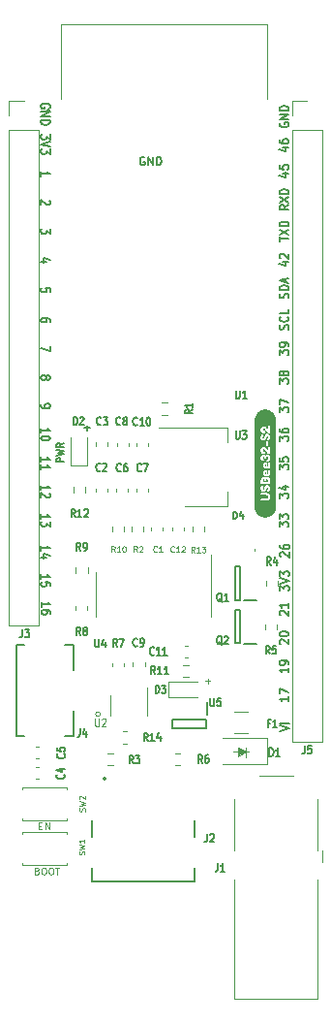
<source format=gbr>
%TF.GenerationSoftware,KiCad,Pcbnew,5.1.5+dfsg1-2build2*%
%TF.CreationDate,2021-07-16T13:05:09+05:30*%
%TF.ProjectId,USBee32-S2,55534265-6533-4322-9d53-322e6b696361,rev?*%
%TF.SameCoordinates,Original*%
%TF.FileFunction,Legend,Top*%
%TF.FilePolarity,Positive*%
%FSLAX46Y46*%
G04 Gerber Fmt 4.6, Leading zero omitted, Abs format (unit mm)*
G04 Created by KiCad (PCBNEW 5.1.5+dfsg1-2build2) date 2021-07-16 13:05:09*
%MOMM*%
%LPD*%
G04 APERTURE LIST*
%ADD10C,0.125000*%
%ADD11C,0.170000*%
%ADD12C,0.150000*%
%ADD13C,0.100000*%
%ADD14C,0.120000*%
%ADD15C,0.200000*%
%ADD16C,0.127000*%
G04 APERTURE END LIST*
D10*
X183339763Y-107376114D02*
X183720716Y-107376114D01*
X183530240Y-107566590D02*
X183530240Y-107185638D01*
D11*
X177996666Y-61660000D02*
X177930000Y-61626666D01*
X177830000Y-61626666D01*
X177730000Y-61660000D01*
X177663333Y-61726666D01*
X177630000Y-61793333D01*
X177596666Y-61926666D01*
X177596666Y-62026666D01*
X177630000Y-62160000D01*
X177663333Y-62226666D01*
X177730000Y-62293333D01*
X177830000Y-62326666D01*
X177896666Y-62326666D01*
X177996666Y-62293333D01*
X178030000Y-62260000D01*
X178030000Y-62026666D01*
X177896666Y-62026666D01*
X178330000Y-62326666D02*
X178330000Y-61626666D01*
X178730000Y-62326666D01*
X178730000Y-61626666D01*
X179063333Y-62326666D02*
X179063333Y-61626666D01*
X179230000Y-61626666D01*
X179330000Y-61660000D01*
X179396666Y-61726666D01*
X179430000Y-61793333D01*
X179463333Y-61926666D01*
X179463333Y-62026666D01*
X179430000Y-62160000D01*
X179396666Y-62226666D01*
X179330000Y-62293333D01*
X179230000Y-62326666D01*
X179063333Y-62326666D01*
D12*
X169721695Y-73403666D02*
X169721695Y-73070333D01*
X169340742Y-73037000D01*
X169378838Y-73070333D01*
X169416933Y-73137000D01*
X169416933Y-73303666D01*
X169378838Y-73370333D01*
X169340742Y-73403666D01*
X169264552Y-73437000D01*
X169074076Y-73437000D01*
X168997885Y-73403666D01*
X168959790Y-73370333D01*
X168921695Y-73303666D01*
X168921695Y-73137000D01*
X168959790Y-73070333D01*
X168997885Y-73037000D01*
X172954500Y-85499711D02*
X172954500Y-85042568D01*
X173221166Y-85271140D02*
X172687833Y-85271140D01*
X168972495Y-100891266D02*
X168972495Y-100491266D01*
X168972495Y-100691266D02*
X169772495Y-100691266D01*
X169658209Y-100624600D01*
X169582019Y-100557933D01*
X169543923Y-100491266D01*
X169772495Y-101491266D02*
X169772495Y-101357933D01*
X169734400Y-101291266D01*
X169696304Y-101257933D01*
X169582019Y-101191266D01*
X169429638Y-101157933D01*
X169124876Y-101157933D01*
X169048685Y-101191266D01*
X169010590Y-101224600D01*
X168972495Y-101291266D01*
X168972495Y-101424600D01*
X169010590Y-101491266D01*
X169048685Y-101524600D01*
X169124876Y-101557933D01*
X169315352Y-101557933D01*
X169391542Y-101524600D01*
X169429638Y-101491266D01*
X169467733Y-101424600D01*
X169467733Y-101291266D01*
X169429638Y-101224600D01*
X169391542Y-101191266D01*
X169315352Y-101157933D01*
X189851304Y-111737000D02*
X190651304Y-111503666D01*
X189851304Y-111270333D01*
X190651304Y-111037000D02*
X189851304Y-111037000D01*
X189851304Y-99503666D02*
X189851304Y-99070333D01*
X190156066Y-99303666D01*
X190156066Y-99203666D01*
X190194161Y-99137000D01*
X190232257Y-99103666D01*
X190308447Y-99070333D01*
X190498923Y-99070333D01*
X190575114Y-99103666D01*
X190613209Y-99137000D01*
X190651304Y-99203666D01*
X190651304Y-99403666D01*
X190613209Y-99470333D01*
X190575114Y-99503666D01*
X189851304Y-98870333D02*
X190651304Y-98637000D01*
X189851304Y-98403666D01*
X189851304Y-98237000D02*
X189851304Y-97803666D01*
X190156066Y-98037000D01*
X190156066Y-97937000D01*
X190194161Y-97870333D01*
X190232257Y-97837000D01*
X190308447Y-97803666D01*
X190498923Y-97803666D01*
X190575114Y-97837000D01*
X190613209Y-97870333D01*
X190651304Y-97937000D01*
X190651304Y-98137000D01*
X190613209Y-98203666D01*
X190575114Y-98237000D01*
X170971866Y-88235600D02*
X170271866Y-88235600D01*
X170271866Y-88007028D01*
X170305200Y-87949885D01*
X170338533Y-87921314D01*
X170405200Y-87892742D01*
X170505200Y-87892742D01*
X170571866Y-87921314D01*
X170605200Y-87949885D01*
X170638533Y-88007028D01*
X170638533Y-88235600D01*
X170271866Y-87692742D02*
X170971866Y-87549885D01*
X170471866Y-87435600D01*
X170971866Y-87321314D01*
X170271866Y-87178457D01*
X170971866Y-86607028D02*
X170638533Y-86807028D01*
X170971866Y-86949885D02*
X170271866Y-86949885D01*
X170271866Y-86721314D01*
X170305200Y-86664171D01*
X170338533Y-86635600D01*
X170405200Y-86607028D01*
X170505200Y-86607028D01*
X170571866Y-86635600D01*
X170605200Y-86664171D01*
X170638533Y-86721314D01*
X170638533Y-86949885D01*
D13*
X168747142Y-120007142D02*
X168947142Y-120007142D01*
X169032857Y-120321428D02*
X168747142Y-120321428D01*
X168747142Y-119721428D01*
X169032857Y-119721428D01*
X169290000Y-120321428D02*
X169290000Y-119721428D01*
X169632857Y-120321428D01*
X169632857Y-119721428D01*
X168605714Y-123937142D02*
X168691428Y-123965714D01*
X168720000Y-123994285D01*
X168748571Y-124051428D01*
X168748571Y-124137142D01*
X168720000Y-124194285D01*
X168691428Y-124222857D01*
X168634285Y-124251428D01*
X168405714Y-124251428D01*
X168405714Y-123651428D01*
X168605714Y-123651428D01*
X168662857Y-123680000D01*
X168691428Y-123708571D01*
X168720000Y-123765714D01*
X168720000Y-123822857D01*
X168691428Y-123880000D01*
X168662857Y-123908571D01*
X168605714Y-123937142D01*
X168405714Y-123937142D01*
X169120000Y-123651428D02*
X169234285Y-123651428D01*
X169291428Y-123680000D01*
X169348571Y-123737142D01*
X169377142Y-123851428D01*
X169377142Y-124051428D01*
X169348571Y-124165714D01*
X169291428Y-124222857D01*
X169234285Y-124251428D01*
X169120000Y-124251428D01*
X169062857Y-124222857D01*
X169005714Y-124165714D01*
X168977142Y-124051428D01*
X168977142Y-123851428D01*
X169005714Y-123737142D01*
X169062857Y-123680000D01*
X169120000Y-123651428D01*
X169748571Y-123651428D02*
X169862857Y-123651428D01*
X169920000Y-123680000D01*
X169977142Y-123737142D01*
X170005714Y-123851428D01*
X170005714Y-124051428D01*
X169977142Y-124165714D01*
X169920000Y-124222857D01*
X169862857Y-124251428D01*
X169748571Y-124251428D01*
X169691428Y-124222857D01*
X169634285Y-124165714D01*
X169605714Y-124051428D01*
X169605714Y-123851428D01*
X169634285Y-123737142D01*
X169691428Y-123680000D01*
X169748571Y-123651428D01*
X170177142Y-123651428D02*
X170520000Y-123651428D01*
X170348571Y-124251428D02*
X170348571Y-123651428D01*
D12*
X189927495Y-96528733D02*
X189889400Y-96495400D01*
X189851304Y-96428733D01*
X189851304Y-96262066D01*
X189889400Y-96195400D01*
X189927495Y-96162066D01*
X190003685Y-96128733D01*
X190079876Y-96128733D01*
X190194161Y-96162066D01*
X190651304Y-96562066D01*
X190651304Y-96128733D01*
X189851304Y-95528733D02*
X189851304Y-95662066D01*
X189889400Y-95728733D01*
X189927495Y-95762066D01*
X190041780Y-95828733D01*
X190194161Y-95862066D01*
X190498923Y-95862066D01*
X190575114Y-95828733D01*
X190613209Y-95795400D01*
X190651304Y-95728733D01*
X190651304Y-95595400D01*
X190613209Y-95528733D01*
X190575114Y-95495400D01*
X190498923Y-95462066D01*
X190308447Y-95462066D01*
X190232257Y-95495400D01*
X190194161Y-95528733D01*
X190156066Y-95595400D01*
X190156066Y-95728733D01*
X190194161Y-95795400D01*
X190232257Y-95828733D01*
X190308447Y-95862066D01*
X190591904Y-108723333D02*
X190591904Y-109123333D01*
X190591904Y-108923333D02*
X189791904Y-108923333D01*
X189906190Y-108990000D01*
X189982380Y-109056666D01*
X190020476Y-109123333D01*
X189791904Y-108490000D02*
X189791904Y-108023333D01*
X190591904Y-108323333D01*
X190591904Y-106223333D02*
X190591904Y-106623333D01*
X190591904Y-106423333D02*
X189791904Y-106423333D01*
X189906190Y-106490000D01*
X189982380Y-106556666D01*
X190020476Y-106623333D01*
X190591904Y-105890000D02*
X190591904Y-105756666D01*
X190553809Y-105690000D01*
X190515714Y-105656666D01*
X190401428Y-105590000D01*
X190249047Y-105556666D01*
X189944285Y-105556666D01*
X189868095Y-105590000D01*
X189830000Y-105623333D01*
X189791904Y-105690000D01*
X189791904Y-105823333D01*
X189830000Y-105890000D01*
X189868095Y-105923333D01*
X189944285Y-105956666D01*
X190134761Y-105956666D01*
X190210952Y-105923333D01*
X190249047Y-105890000D01*
X190287142Y-105823333D01*
X190287142Y-105690000D01*
X190249047Y-105623333D01*
X190210952Y-105590000D01*
X190134761Y-105556666D01*
X189868095Y-104123333D02*
X189830000Y-104090000D01*
X189791904Y-104023333D01*
X189791904Y-103856666D01*
X189830000Y-103790000D01*
X189868095Y-103756666D01*
X189944285Y-103723333D01*
X190020476Y-103723333D01*
X190134761Y-103756666D01*
X190591904Y-104156666D01*
X190591904Y-103723333D01*
X189791904Y-103290000D02*
X189791904Y-103223333D01*
X189830000Y-103156666D01*
X189868095Y-103123333D01*
X189944285Y-103090000D01*
X190096666Y-103056666D01*
X190287142Y-103056666D01*
X190439523Y-103090000D01*
X190515714Y-103123333D01*
X190553809Y-103156666D01*
X190591904Y-103223333D01*
X190591904Y-103290000D01*
X190553809Y-103356666D01*
X190515714Y-103390000D01*
X190439523Y-103423333D01*
X190287142Y-103456666D01*
X190096666Y-103456666D01*
X189944285Y-103423333D01*
X189868095Y-103390000D01*
X189830000Y-103356666D01*
X189791904Y-103290000D01*
X189868095Y-101623333D02*
X189830000Y-101590000D01*
X189791904Y-101523333D01*
X189791904Y-101356666D01*
X189830000Y-101290000D01*
X189868095Y-101256666D01*
X189944285Y-101223333D01*
X190020476Y-101223333D01*
X190134761Y-101256666D01*
X190591904Y-101656666D01*
X190591904Y-101223333D01*
X190591904Y-100556666D02*
X190591904Y-100956666D01*
X190591904Y-100756666D02*
X189791904Y-100756666D01*
X189906190Y-100823333D01*
X189982380Y-100890000D01*
X190020476Y-100956666D01*
X189791904Y-93906666D02*
X189791904Y-93473333D01*
X190096666Y-93706666D01*
X190096666Y-93606666D01*
X190134761Y-93540000D01*
X190172857Y-93506666D01*
X190249047Y-93473333D01*
X190439523Y-93473333D01*
X190515714Y-93506666D01*
X190553809Y-93540000D01*
X190591904Y-93606666D01*
X190591904Y-93806666D01*
X190553809Y-93873333D01*
X190515714Y-93906666D01*
X189791904Y-93240000D02*
X189791904Y-92806666D01*
X190096666Y-93040000D01*
X190096666Y-92940000D01*
X190134761Y-92873333D01*
X190172857Y-92840000D01*
X190249047Y-92806666D01*
X190439523Y-92806666D01*
X190515714Y-92840000D01*
X190553809Y-92873333D01*
X190591904Y-92940000D01*
X190591904Y-93140000D01*
X190553809Y-93206666D01*
X190515714Y-93240000D01*
X189791904Y-91406666D02*
X189791904Y-90973333D01*
X190096666Y-91206666D01*
X190096666Y-91106666D01*
X190134761Y-91040000D01*
X190172857Y-91006666D01*
X190249047Y-90973333D01*
X190439523Y-90973333D01*
X190515714Y-91006666D01*
X190553809Y-91040000D01*
X190591904Y-91106666D01*
X190591904Y-91306666D01*
X190553809Y-91373333D01*
X190515714Y-91406666D01*
X190058571Y-90373333D02*
X190591904Y-90373333D01*
X189753809Y-90540000D02*
X190325238Y-90706666D01*
X190325238Y-90273333D01*
X189791904Y-88906666D02*
X189791904Y-88473333D01*
X190096666Y-88706666D01*
X190096666Y-88606666D01*
X190134761Y-88540000D01*
X190172857Y-88506666D01*
X190249047Y-88473333D01*
X190439523Y-88473333D01*
X190515714Y-88506666D01*
X190553809Y-88540000D01*
X190591904Y-88606666D01*
X190591904Y-88806666D01*
X190553809Y-88873333D01*
X190515714Y-88906666D01*
X189791904Y-87840000D02*
X189791904Y-88173333D01*
X190172857Y-88206666D01*
X190134761Y-88173333D01*
X190096666Y-88106666D01*
X190096666Y-87940000D01*
X190134761Y-87873333D01*
X190172857Y-87840000D01*
X190249047Y-87806666D01*
X190439523Y-87806666D01*
X190515714Y-87840000D01*
X190553809Y-87873333D01*
X190591904Y-87940000D01*
X190591904Y-88106666D01*
X190553809Y-88173333D01*
X190515714Y-88206666D01*
X189791904Y-86406666D02*
X189791904Y-85973333D01*
X190096666Y-86206666D01*
X190096666Y-86106666D01*
X190134761Y-86040000D01*
X190172857Y-86006666D01*
X190249047Y-85973333D01*
X190439523Y-85973333D01*
X190515714Y-86006666D01*
X190553809Y-86040000D01*
X190591904Y-86106666D01*
X190591904Y-86306666D01*
X190553809Y-86373333D01*
X190515714Y-86406666D01*
X189791904Y-85373333D02*
X189791904Y-85506666D01*
X189830000Y-85573333D01*
X189868095Y-85606666D01*
X189982380Y-85673333D01*
X190134761Y-85706666D01*
X190439523Y-85706666D01*
X190515714Y-85673333D01*
X190553809Y-85640000D01*
X190591904Y-85573333D01*
X190591904Y-85440000D01*
X190553809Y-85373333D01*
X190515714Y-85340000D01*
X190439523Y-85306666D01*
X190249047Y-85306666D01*
X190172857Y-85340000D01*
X190134761Y-85373333D01*
X190096666Y-85440000D01*
X190096666Y-85573333D01*
X190134761Y-85640000D01*
X190172857Y-85673333D01*
X190249047Y-85706666D01*
X189791904Y-83906666D02*
X189791904Y-83473333D01*
X190096666Y-83706666D01*
X190096666Y-83606666D01*
X190134761Y-83540000D01*
X190172857Y-83506666D01*
X190249047Y-83473333D01*
X190439523Y-83473333D01*
X190515714Y-83506666D01*
X190553809Y-83540000D01*
X190591904Y-83606666D01*
X190591904Y-83806666D01*
X190553809Y-83873333D01*
X190515714Y-83906666D01*
X189791904Y-83240000D02*
X189791904Y-82773333D01*
X190591904Y-83073333D01*
X189791904Y-81406666D02*
X189791904Y-80973333D01*
X190096666Y-81206666D01*
X190096666Y-81106666D01*
X190134761Y-81040000D01*
X190172857Y-81006666D01*
X190249047Y-80973333D01*
X190439523Y-80973333D01*
X190515714Y-81006666D01*
X190553809Y-81040000D01*
X190591904Y-81106666D01*
X190591904Y-81306666D01*
X190553809Y-81373333D01*
X190515714Y-81406666D01*
X190134761Y-80573333D02*
X190096666Y-80640000D01*
X190058571Y-80673333D01*
X189982380Y-80706666D01*
X189944285Y-80706666D01*
X189868095Y-80673333D01*
X189830000Y-80640000D01*
X189791904Y-80573333D01*
X189791904Y-80440000D01*
X189830000Y-80373333D01*
X189868095Y-80340000D01*
X189944285Y-80306666D01*
X189982380Y-80306666D01*
X190058571Y-80340000D01*
X190096666Y-80373333D01*
X190134761Y-80440000D01*
X190134761Y-80573333D01*
X190172857Y-80640000D01*
X190210952Y-80673333D01*
X190287142Y-80706666D01*
X190439523Y-80706666D01*
X190515714Y-80673333D01*
X190553809Y-80640000D01*
X190591904Y-80573333D01*
X190591904Y-80440000D01*
X190553809Y-80373333D01*
X190515714Y-80340000D01*
X190439523Y-80306666D01*
X190287142Y-80306666D01*
X190210952Y-80340000D01*
X190172857Y-80373333D01*
X190134761Y-80440000D01*
X189791904Y-78906666D02*
X189791904Y-78473333D01*
X190096666Y-78706666D01*
X190096666Y-78606666D01*
X190134761Y-78540000D01*
X190172857Y-78506666D01*
X190249047Y-78473333D01*
X190439523Y-78473333D01*
X190515714Y-78506666D01*
X190553809Y-78540000D01*
X190591904Y-78606666D01*
X190591904Y-78806666D01*
X190553809Y-78873333D01*
X190515714Y-78906666D01*
X190591904Y-78140000D02*
X190591904Y-78006666D01*
X190553809Y-77940000D01*
X190515714Y-77906666D01*
X190401428Y-77840000D01*
X190249047Y-77806666D01*
X189944285Y-77806666D01*
X189868095Y-77840000D01*
X189830000Y-77873333D01*
X189791904Y-77940000D01*
X189791904Y-78073333D01*
X189830000Y-78140000D01*
X189868095Y-78173333D01*
X189944285Y-78206666D01*
X190134761Y-78206666D01*
X190210952Y-78173333D01*
X190249047Y-78140000D01*
X190287142Y-78073333D01*
X190287142Y-77940000D01*
X190249047Y-77873333D01*
X190210952Y-77840000D01*
X190134761Y-77806666D01*
X190553809Y-76673333D02*
X190591904Y-76573333D01*
X190591904Y-76406666D01*
X190553809Y-76340000D01*
X190515714Y-76306666D01*
X190439523Y-76273333D01*
X190363333Y-76273333D01*
X190287142Y-76306666D01*
X190249047Y-76340000D01*
X190210952Y-76406666D01*
X190172857Y-76540000D01*
X190134761Y-76606666D01*
X190096666Y-76640000D01*
X190020476Y-76673333D01*
X189944285Y-76673333D01*
X189868095Y-76640000D01*
X189830000Y-76606666D01*
X189791904Y-76540000D01*
X189791904Y-76373333D01*
X189830000Y-76273333D01*
X190515714Y-75573333D02*
X190553809Y-75606666D01*
X190591904Y-75706666D01*
X190591904Y-75773333D01*
X190553809Y-75873333D01*
X190477619Y-75940000D01*
X190401428Y-75973333D01*
X190249047Y-76006666D01*
X190134761Y-76006666D01*
X189982380Y-75973333D01*
X189906190Y-75940000D01*
X189830000Y-75873333D01*
X189791904Y-75773333D01*
X189791904Y-75706666D01*
X189830000Y-75606666D01*
X189868095Y-75573333D01*
X190591904Y-74940000D02*
X190591904Y-75273333D01*
X189791904Y-75273333D01*
X190553809Y-73940000D02*
X190591904Y-73840000D01*
X190591904Y-73673333D01*
X190553809Y-73606666D01*
X190515714Y-73573333D01*
X190439523Y-73540000D01*
X190363333Y-73540000D01*
X190287142Y-73573333D01*
X190249047Y-73606666D01*
X190210952Y-73673333D01*
X190172857Y-73806666D01*
X190134761Y-73873333D01*
X190096666Y-73906666D01*
X190020476Y-73940000D01*
X189944285Y-73940000D01*
X189868095Y-73906666D01*
X189830000Y-73873333D01*
X189791904Y-73806666D01*
X189791904Y-73640000D01*
X189830000Y-73540000D01*
X190591904Y-73240000D02*
X189791904Y-73240000D01*
X189791904Y-73073333D01*
X189830000Y-72973333D01*
X189906190Y-72906666D01*
X189982380Y-72873333D01*
X190134761Y-72840000D01*
X190249047Y-72840000D01*
X190401428Y-72873333D01*
X190477619Y-72906666D01*
X190553809Y-72973333D01*
X190591904Y-73073333D01*
X190591904Y-73240000D01*
X190363333Y-72573333D02*
X190363333Y-72240000D01*
X190591904Y-72640000D02*
X189791904Y-72406666D01*
X190591904Y-72173333D01*
X190058571Y-70790000D02*
X190591904Y-70790000D01*
X189753809Y-70956666D02*
X190325238Y-71123333D01*
X190325238Y-70690000D01*
X189868095Y-70456666D02*
X189830000Y-70423333D01*
X189791904Y-70356666D01*
X189791904Y-70190000D01*
X189830000Y-70123333D01*
X189868095Y-70090000D01*
X189944285Y-70056666D01*
X190020476Y-70056666D01*
X190134761Y-70090000D01*
X190591904Y-70490000D01*
X190591904Y-70056666D01*
X189791904Y-68973333D02*
X189791904Y-68573333D01*
X190591904Y-68773333D02*
X189791904Y-68773333D01*
X189791904Y-68406666D02*
X190591904Y-67940000D01*
X189791904Y-67940000D02*
X190591904Y-68406666D01*
X190591904Y-67673333D02*
X189791904Y-67673333D01*
X189791904Y-67506666D01*
X189830000Y-67406666D01*
X189906190Y-67340000D01*
X189982380Y-67306666D01*
X190134761Y-67273333D01*
X190249047Y-67273333D01*
X190401428Y-67306666D01*
X190477619Y-67340000D01*
X190553809Y-67406666D01*
X190591904Y-67506666D01*
X190591904Y-67673333D01*
X190591904Y-65806666D02*
X190210952Y-66040000D01*
X190591904Y-66206666D02*
X189791904Y-66206666D01*
X189791904Y-65940000D01*
X189830000Y-65873333D01*
X189868095Y-65840000D01*
X189944285Y-65806666D01*
X190058571Y-65806666D01*
X190134761Y-65840000D01*
X190172857Y-65873333D01*
X190210952Y-65940000D01*
X190210952Y-66206666D01*
X189791904Y-65573333D02*
X190591904Y-65106666D01*
X189791904Y-65106666D02*
X190591904Y-65573333D01*
X190591904Y-64840000D02*
X189791904Y-64840000D01*
X189791904Y-64673333D01*
X189830000Y-64573333D01*
X189906190Y-64506666D01*
X189982380Y-64473333D01*
X190134761Y-64440000D01*
X190249047Y-64440000D01*
X190401428Y-64473333D01*
X190477619Y-64506666D01*
X190553809Y-64573333D01*
X190591904Y-64673333D01*
X190591904Y-64840000D01*
X190058571Y-63040000D02*
X190591904Y-63040000D01*
X189753809Y-63206666D02*
X190325238Y-63373333D01*
X190325238Y-62940000D01*
X189791904Y-62340000D02*
X189791904Y-62673333D01*
X190172857Y-62706666D01*
X190134761Y-62673333D01*
X190096666Y-62606666D01*
X190096666Y-62440000D01*
X190134761Y-62373333D01*
X190172857Y-62340000D01*
X190249047Y-62306666D01*
X190439523Y-62306666D01*
X190515714Y-62340000D01*
X190553809Y-62373333D01*
X190591904Y-62440000D01*
X190591904Y-62606666D01*
X190553809Y-62673333D01*
X190515714Y-62706666D01*
X190058571Y-60790000D02*
X190591904Y-60790000D01*
X189753809Y-60956666D02*
X190325238Y-61123333D01*
X190325238Y-60690000D01*
X189791904Y-60123333D02*
X189791904Y-60256666D01*
X189830000Y-60323333D01*
X189868095Y-60356666D01*
X189982380Y-60423333D01*
X190134761Y-60456666D01*
X190439523Y-60456666D01*
X190515714Y-60423333D01*
X190553809Y-60390000D01*
X190591904Y-60323333D01*
X190591904Y-60190000D01*
X190553809Y-60123333D01*
X190515714Y-60090000D01*
X190439523Y-60056666D01*
X190249047Y-60056666D01*
X190172857Y-60090000D01*
X190134761Y-60123333D01*
X190096666Y-60190000D01*
X190096666Y-60323333D01*
X190134761Y-60390000D01*
X190172857Y-60423333D01*
X190249047Y-60456666D01*
X189830000Y-58623333D02*
X189791904Y-58690000D01*
X189791904Y-58790000D01*
X189830000Y-58890000D01*
X189906190Y-58956666D01*
X189982380Y-58990000D01*
X190134761Y-59023333D01*
X190249047Y-59023333D01*
X190401428Y-58990000D01*
X190477619Y-58956666D01*
X190553809Y-58890000D01*
X190591904Y-58790000D01*
X190591904Y-58723333D01*
X190553809Y-58623333D01*
X190515714Y-58590000D01*
X190249047Y-58590000D01*
X190249047Y-58723333D01*
X190591904Y-58290000D02*
X189791904Y-58290000D01*
X190591904Y-57890000D01*
X189791904Y-57890000D01*
X190591904Y-57556666D02*
X189791904Y-57556666D01*
X189791904Y-57390000D01*
X189830000Y-57290000D01*
X189906190Y-57223333D01*
X189982380Y-57190000D01*
X190134761Y-57156666D01*
X190249047Y-57156666D01*
X190401428Y-57190000D01*
X190477619Y-57223333D01*
X190553809Y-57290000D01*
X190591904Y-57390000D01*
X190591904Y-57556666D01*
X168918095Y-98456666D02*
X168918095Y-98056666D01*
X168918095Y-98256666D02*
X169718095Y-98256666D01*
X169603809Y-98190000D01*
X169527619Y-98123333D01*
X169489523Y-98056666D01*
X169718095Y-99090000D02*
X169718095Y-98756666D01*
X169337142Y-98723333D01*
X169375238Y-98756666D01*
X169413333Y-98823333D01*
X169413333Y-98990000D01*
X169375238Y-99056666D01*
X169337142Y-99090000D01*
X169260952Y-99123333D01*
X169070476Y-99123333D01*
X168994285Y-99090000D01*
X168956190Y-99056666D01*
X168918095Y-98990000D01*
X168918095Y-98823333D01*
X168956190Y-98756666D01*
X168994285Y-98723333D01*
X168918095Y-95976666D02*
X168918095Y-95576666D01*
X168918095Y-95776666D02*
X169718095Y-95776666D01*
X169603809Y-95710000D01*
X169527619Y-95643333D01*
X169489523Y-95576666D01*
X169451428Y-96576666D02*
X168918095Y-96576666D01*
X169756190Y-96410000D02*
X169184761Y-96243333D01*
X169184761Y-96676666D01*
X168918095Y-93206666D02*
X168918095Y-92806666D01*
X168918095Y-93006666D02*
X169718095Y-93006666D01*
X169603809Y-92940000D01*
X169527619Y-92873333D01*
X169489523Y-92806666D01*
X169718095Y-93440000D02*
X169718095Y-93873333D01*
X169413333Y-93640000D01*
X169413333Y-93740000D01*
X169375238Y-93806666D01*
X169337142Y-93840000D01*
X169260952Y-93873333D01*
X169070476Y-93873333D01*
X168994285Y-93840000D01*
X168956190Y-93806666D01*
X168918095Y-93740000D01*
X168918095Y-93540000D01*
X168956190Y-93473333D01*
X168994285Y-93440000D01*
X168918095Y-90706666D02*
X168918095Y-90306666D01*
X168918095Y-90506666D02*
X169718095Y-90506666D01*
X169603809Y-90440000D01*
X169527619Y-90373333D01*
X169489523Y-90306666D01*
X169641904Y-90973333D02*
X169680000Y-91006666D01*
X169718095Y-91073333D01*
X169718095Y-91240000D01*
X169680000Y-91306666D01*
X169641904Y-91340000D01*
X169565714Y-91373333D01*
X169489523Y-91373333D01*
X169375238Y-91340000D01*
X168918095Y-90940000D01*
X168918095Y-91373333D01*
X168918095Y-88226666D02*
X168918095Y-87826666D01*
X168918095Y-88026666D02*
X169718095Y-88026666D01*
X169603809Y-87960000D01*
X169527619Y-87893333D01*
X169489523Y-87826666D01*
X168918095Y-88893333D02*
X168918095Y-88493333D01*
X168918095Y-88693333D02*
X169718095Y-88693333D01*
X169603809Y-88626666D01*
X169527619Y-88560000D01*
X169489523Y-88493333D01*
X168918095Y-85706666D02*
X168918095Y-85306666D01*
X168918095Y-85506666D02*
X169718095Y-85506666D01*
X169603809Y-85440000D01*
X169527619Y-85373333D01*
X169489523Y-85306666D01*
X169718095Y-86140000D02*
X169718095Y-86206666D01*
X169680000Y-86273333D01*
X169641904Y-86306666D01*
X169565714Y-86340000D01*
X169413333Y-86373333D01*
X169222857Y-86373333D01*
X169070476Y-86340000D01*
X168994285Y-86306666D01*
X168956190Y-86273333D01*
X168918095Y-86206666D01*
X168918095Y-86140000D01*
X168956190Y-86073333D01*
X168994285Y-86040000D01*
X169070476Y-86006666D01*
X169222857Y-85973333D01*
X169413333Y-85973333D01*
X169565714Y-86006666D01*
X169641904Y-86040000D01*
X169680000Y-86073333D01*
X169718095Y-86140000D01*
X168918095Y-83226666D02*
X168918095Y-83360000D01*
X168956190Y-83426666D01*
X168994285Y-83460000D01*
X169108571Y-83526666D01*
X169260952Y-83560000D01*
X169565714Y-83560000D01*
X169641904Y-83526666D01*
X169680000Y-83493333D01*
X169718095Y-83426666D01*
X169718095Y-83293333D01*
X169680000Y-83226666D01*
X169641904Y-83193333D01*
X169565714Y-83160000D01*
X169375238Y-83160000D01*
X169299047Y-83193333D01*
X169260952Y-83226666D01*
X169222857Y-83293333D01*
X169222857Y-83426666D01*
X169260952Y-83493333D01*
X169299047Y-83526666D01*
X169375238Y-83560000D01*
X169375238Y-80793333D02*
X169413333Y-80726666D01*
X169451428Y-80693333D01*
X169527619Y-80660000D01*
X169565714Y-80660000D01*
X169641904Y-80693333D01*
X169680000Y-80726666D01*
X169718095Y-80793333D01*
X169718095Y-80926666D01*
X169680000Y-80993333D01*
X169641904Y-81026666D01*
X169565714Y-81060000D01*
X169527619Y-81060000D01*
X169451428Y-81026666D01*
X169413333Y-80993333D01*
X169375238Y-80926666D01*
X169375238Y-80793333D01*
X169337142Y-80726666D01*
X169299047Y-80693333D01*
X169222857Y-80660000D01*
X169070476Y-80660000D01*
X168994285Y-80693333D01*
X168956190Y-80726666D01*
X168918095Y-80793333D01*
X168918095Y-80926666D01*
X168956190Y-80993333D01*
X168994285Y-81026666D01*
X169070476Y-81060000D01*
X169222857Y-81060000D01*
X169299047Y-81026666D01*
X169337142Y-80993333D01*
X169375238Y-80926666D01*
X169718095Y-78126666D02*
X169718095Y-78593333D01*
X168918095Y-78293333D01*
X169718095Y-75993333D02*
X169718095Y-75860000D01*
X169680000Y-75793333D01*
X169641904Y-75760000D01*
X169527619Y-75693333D01*
X169375238Y-75660000D01*
X169070476Y-75660000D01*
X168994285Y-75693333D01*
X168956190Y-75726666D01*
X168918095Y-75793333D01*
X168918095Y-75926666D01*
X168956190Y-75993333D01*
X168994285Y-76026666D01*
X169070476Y-76060000D01*
X169260952Y-76060000D01*
X169337142Y-76026666D01*
X169375238Y-75993333D01*
X169413333Y-75926666D01*
X169413333Y-75793333D01*
X169375238Y-75726666D01*
X169337142Y-75693333D01*
X169260952Y-75660000D01*
X169451428Y-70743333D02*
X168918095Y-70743333D01*
X169756190Y-70576666D02*
X169184761Y-70410000D01*
X169184761Y-70843333D01*
X169718095Y-67876666D02*
X169718095Y-68310000D01*
X169413333Y-68076666D01*
X169413333Y-68176666D01*
X169375238Y-68243333D01*
X169337142Y-68276666D01*
X169260952Y-68310000D01*
X169070476Y-68310000D01*
X168994285Y-68276666D01*
X168956190Y-68243333D01*
X168918095Y-68176666D01*
X168918095Y-67976666D01*
X168956190Y-67910000D01*
X168994285Y-67876666D01*
X169641904Y-65410000D02*
X169680000Y-65443333D01*
X169718095Y-65510000D01*
X169718095Y-65676666D01*
X169680000Y-65743333D01*
X169641904Y-65776666D01*
X169565714Y-65810000D01*
X169489523Y-65810000D01*
X169375238Y-65776666D01*
X168918095Y-65376666D01*
X168918095Y-65810000D01*
X168918095Y-63310000D02*
X168918095Y-62910000D01*
X168918095Y-63110000D02*
X169718095Y-63110000D01*
X169603809Y-63043333D01*
X169527619Y-62976666D01*
X169489523Y-62910000D01*
X169718095Y-59633333D02*
X169718095Y-60066666D01*
X169413333Y-59833333D01*
X169413333Y-59933333D01*
X169375238Y-60000000D01*
X169337142Y-60033333D01*
X169260952Y-60066666D01*
X169070476Y-60066666D01*
X168994285Y-60033333D01*
X168956190Y-60000000D01*
X168918095Y-59933333D01*
X168918095Y-59733333D01*
X168956190Y-59666666D01*
X168994285Y-59633333D01*
X169718095Y-60266666D02*
X168918095Y-60500000D01*
X169718095Y-60733333D01*
X169718095Y-60900000D02*
X169718095Y-61333333D01*
X169413333Y-61100000D01*
X169413333Y-61200000D01*
X169375238Y-61266666D01*
X169337142Y-61300000D01*
X169260952Y-61333333D01*
X169070476Y-61333333D01*
X168994285Y-61300000D01*
X168956190Y-61266666D01*
X168918095Y-61200000D01*
X168918095Y-61000000D01*
X168956190Y-60933333D01*
X168994285Y-60900000D01*
X169680000Y-57346666D02*
X169718095Y-57280000D01*
X169718095Y-57180000D01*
X169680000Y-57080000D01*
X169603809Y-57013333D01*
X169527619Y-56980000D01*
X169375238Y-56946666D01*
X169260952Y-56946666D01*
X169108571Y-56980000D01*
X169032380Y-57013333D01*
X168956190Y-57080000D01*
X168918095Y-57180000D01*
X168918095Y-57246666D01*
X168956190Y-57346666D01*
X168994285Y-57380000D01*
X169260952Y-57380000D01*
X169260952Y-57246666D01*
X168918095Y-57680000D02*
X169718095Y-57680000D01*
X168918095Y-58080000D01*
X169718095Y-58080000D01*
X168918095Y-58413333D02*
X169718095Y-58413333D01*
X169718095Y-58580000D01*
X169680000Y-58680000D01*
X169603809Y-58746666D01*
X169527619Y-58780000D01*
X169375238Y-58813333D01*
X169260952Y-58813333D01*
X169108571Y-58780000D01*
X169032380Y-58746666D01*
X168956190Y-58680000D01*
X168918095Y-58580000D01*
X168918095Y-58413333D01*
D14*
X193530000Y-123200000D02*
X193530000Y-122200000D01*
X188000000Y-115630000D02*
X191000000Y-115630000D01*
X193150000Y-122180000D02*
X193150000Y-117680000D01*
X185850000Y-122180000D02*
X185850000Y-117680000D01*
X193150000Y-135130000D02*
X193150000Y-124680000D01*
X185850000Y-135130000D02*
X193150000Y-135130000D01*
X185850000Y-135130000D02*
X185850000Y-124680000D01*
X176462779Y-111790000D02*
X176137221Y-111790000D01*
X176462779Y-112810000D02*
X176137221Y-112810000D01*
X182177500Y-93862742D02*
X182177500Y-94337258D01*
X183222500Y-93862742D02*
X183222500Y-94337258D01*
D13*
X187645720Y-95867920D02*
X187645720Y-95867920D01*
X187645720Y-95967920D02*
X187645720Y-95967920D01*
X187645720Y-95967920D02*
G75*
G02X187645720Y-95867920I0J50000D01*
G01*
X187645720Y-95867920D02*
G75*
G02X187645720Y-95967920I0J-50000D01*
G01*
D14*
X173010000Y-101162779D02*
X173010000Y-100837221D01*
X171990000Y-101162779D02*
X171990000Y-100837221D01*
X176210000Y-106112779D02*
X176210000Y-105787221D01*
X175190000Y-106112779D02*
X175190000Y-105787221D01*
X190890000Y-56685000D02*
X192220000Y-56685000D01*
X190890000Y-58015000D02*
X190890000Y-56685000D01*
X190890000Y-59285000D02*
X193550000Y-59285000D01*
X193550000Y-59285000D02*
X193550000Y-112685000D01*
X190890000Y-59285000D02*
X190890000Y-112685000D01*
X190890000Y-112685000D02*
X193550000Y-112685000D01*
D15*
X183500000Y-109225000D02*
X183500000Y-110350000D01*
X180450000Y-110700000D02*
X183350000Y-110700000D01*
X180450000Y-111500000D02*
X180450000Y-110700000D01*
X183350000Y-111500000D02*
X180450000Y-111500000D01*
X183350000Y-110700000D02*
X183350000Y-111500000D01*
D14*
X173690000Y-99775000D02*
X173690000Y-101725000D01*
X173690000Y-99775000D02*
X173690000Y-97825000D01*
X183810000Y-99775000D02*
X183810000Y-101725000D01*
X183810000Y-99775000D02*
X183810000Y-96325000D01*
X167300000Y-123440000D02*
X167300000Y-123240000D01*
X171200000Y-123440000D02*
X171200000Y-123240000D01*
X167300000Y-120540000D02*
X167300000Y-120740000D01*
X171200000Y-120540000D02*
X171200000Y-120740000D01*
X171200000Y-123440000D02*
X167300000Y-123440000D01*
X167300000Y-120540000D02*
X171200000Y-120540000D01*
D15*
X174593980Y-115908620D02*
G75*
G03X174593980Y-115908620I-100000J0D01*
G01*
D16*
X173423980Y-124908620D02*
X173423980Y-123678620D01*
X182363980Y-124908620D02*
X173423980Y-124908620D01*
X182363980Y-123678620D02*
X182363980Y-124908620D01*
X182363980Y-119498620D02*
X182363980Y-120938620D01*
X173423980Y-119498620D02*
X173423980Y-120938620D01*
D13*
G36*
X188646676Y-88502239D02*
G01*
X188611116Y-88460011D01*
X188570000Y-88479458D01*
X188554442Y-88535021D01*
X188583891Y-88606696D01*
X188646676Y-88642256D01*
X188646676Y-88502239D01*
G37*
G36*
X188646676Y-89138985D02*
G01*
X188611116Y-89096758D01*
X188570000Y-89116204D01*
X188554442Y-89171767D01*
X188583891Y-89243443D01*
X188646676Y-89279003D01*
X188646676Y-89138985D01*
G37*
G36*
X188703350Y-89737949D02*
G01*
X188661123Y-89744061D01*
X188638898Y-89764619D01*
X188630008Y-89826849D01*
X188614450Y-89886856D01*
X188550553Y-89906859D01*
X188486656Y-89886301D01*
X188471099Y-89817959D01*
X188447762Y-89764619D01*
X188407757Y-89761285D01*
X188368864Y-89779621D01*
X188357751Y-89834628D01*
X188357751Y-89990203D01*
X188778915Y-89990203D01*
X188778915Y-89807958D01*
X188760024Y-89755451D01*
X188703350Y-89737949D01*
G37*
G36*
X187636206Y-91641520D02*
G01*
X188161060Y-91024221D01*
X188166616Y-90973659D01*
X188179951Y-90944766D01*
X188203287Y-90930320D01*
X188261072Y-90923653D01*
X188596670Y-90923653D01*
X188668346Y-90929348D01*
X188736688Y-90946433D01*
X188862259Y-90822529D01*
X188798362Y-90851421D01*
X188765441Y-90839475D01*
X188723353Y-90803638D01*
X188696683Y-90744741D01*
X188710573Y-90707514D01*
X188752245Y-90658064D01*
X188788361Y-90613614D01*
X188805585Y-90560274D01*
X188796201Y-90502859D01*
X188768049Y-90468410D01*
X188721130Y-90456928D01*
X188678347Y-90485264D01*
X188653344Y-90555829D01*
X188643204Y-90599723D01*
X188628341Y-90646951D01*
X188609588Y-90694179D01*
X188587780Y-90738074D01*
X188557637Y-90776829D01*
X188513882Y-90808638D01*
X188458180Y-90829891D01*
X188392200Y-90836975D01*
X188329785Y-90828888D01*
X188272926Y-90804625D01*
X188221623Y-90764188D01*
X188181186Y-90709799D01*
X188156924Y-90643679D01*
X188148836Y-90565830D01*
X188153142Y-90502072D01*
X188166061Y-90444148D01*
X188201065Y-90368028D01*
X188222179Y-90340246D01*
X188276630Y-90305798D01*
X188337749Y-90332468D01*
X188875594Y-90186894D01*
X188258850Y-90186894D01*
X188219956Y-90185227D01*
X188191064Y-90174670D01*
X188168561Y-90145222D01*
X188161060Y-90087993D01*
X188161060Y-89807958D01*
X188168962Y-89743505D01*
X188192669Y-89686461D01*
X188232180Y-89636825D01*
X188283544Y-89596697D01*
X188341329Y-89572620D01*
X188405535Y-89564594D01*
X188475822Y-89575151D01*
X188539996Y-89606821D01*
X188593954Y-89570397D01*
X188652109Y-89548542D01*
X188714463Y-89541258D01*
X188784533Y-89550703D01*
X188825464Y-89454580D01*
X188758419Y-89477916D01*
X188686681Y-89485695D01*
X188599572Y-89475632D01*
X188524933Y-89445443D01*
X188462764Y-89395128D01*
X188416154Y-89329750D01*
X188388187Y-89254370D01*
X188378865Y-89168989D01*
X188385671Y-89096896D01*
X188406091Y-89035083D01*
X188440123Y-88983549D01*
X188487767Y-88942294D01*
X188548192Y-88913957D01*
X188613894Y-88904511D01*
X188673346Y-88912985D01*
X188715018Y-88938404D01*
X188747800Y-89013414D01*
X188747800Y-89276780D01*
X188800029Y-89240109D01*
X188821143Y-89166766D01*
X188817809Y-89109259D01*
X188807808Y-89065643D01*
X188803363Y-89053419D01*
X188791139Y-89008969D01*
X188825464Y-88817834D01*
X188758419Y-88841170D01*
X188686681Y-88848949D01*
X188599572Y-88838886D01*
X188524933Y-88808697D01*
X188462764Y-88758382D01*
X188416154Y-88693003D01*
X188388187Y-88617624D01*
X188378865Y-88532243D01*
X188385671Y-88460150D01*
X188406091Y-88398337D01*
X188440123Y-88346803D01*
X188546664Y-87989953D01*
X188484712Y-87979673D01*
X188454430Y-87948836D01*
X188448874Y-87891051D01*
X188438039Y-87827710D01*
X188405535Y-87806596D01*
X188361085Y-87828821D01*
X188339971Y-87890496D01*
X188353306Y-87953281D01*
X188379976Y-87982174D01*
X188393311Y-87988841D01*
X188434983Y-88019956D01*
X188448874Y-88062184D01*
X188428871Y-88123303D01*
X188394145Y-88164974D01*
X188354417Y-88178865D01*
X188278852Y-88153306D01*
X188243848Y-88128859D01*
X188199954Y-88082742D01*
X188165505Y-88009399D01*
X188153837Y-87959532D01*
X188149947Y-87904386D01*
X188158591Y-87819684D01*
X188184520Y-87747824D01*
X188227735Y-87688804D01*
X188281754Y-87644971D01*
X188340095Y-87618672D01*
X188402757Y-87609905D01*
X188461591Y-87619536D01*
X188508449Y-87648428D01*
X188543330Y-87696583D01*
X188551109Y-87696583D01*
X188575001Y-87663801D01*
X188611116Y-87628796D01*
X188661123Y-87601293D01*
X188717796Y-87592125D01*
X188792435Y-87602003D01*
X188821281Y-87526145D01*
X188768358Y-87494891D01*
X188721408Y-87448913D01*
X188681681Y-87394323D01*
X188645843Y-87335426D01*
X188610561Y-87276530D01*
X188573195Y-87221940D01*
X188531106Y-87175962D01*
X188485267Y-87144708D01*
X188436650Y-87134290D01*
X188408313Y-87142069D01*
X188378309Y-87159293D01*
X188356640Y-87188741D01*
X188346639Y-87244304D01*
X188372753Y-87305978D01*
X188424426Y-87335426D01*
X188449985Y-87339871D01*
X188456652Y-87339871D01*
X188493324Y-87341538D01*
X188521105Y-87352095D01*
X188541107Y-87382099D01*
X188547775Y-87438773D01*
X188537218Y-87500725D01*
X188505548Y-87531006D01*
X188448874Y-87536563D01*
X188374482Y-87527364D01*
X188305399Y-87499768D01*
X188241626Y-87453774D01*
X188190693Y-87392903D01*
X188160134Y-87320671D01*
X188149947Y-87237081D01*
X188160257Y-87153428D01*
X188191187Y-87081012D01*
X188242737Y-87019831D01*
X188307498Y-86973529D01*
X188378062Y-86945748D01*
X188454430Y-86936488D01*
X188516104Y-86943433D01*
X188574445Y-86964269D01*
X188625563Y-86994828D01*
X188665568Y-87030944D01*
X188726964Y-87108731D01*
X188764469Y-87177629D01*
X188775581Y-87205410D01*
X188781138Y-87205410D01*
X188781138Y-87002051D01*
X188791694Y-86937043D01*
X188823921Y-86910929D01*
X188822254Y-86515324D01*
X188822254Y-86779801D01*
X188812808Y-86829530D01*
X188784471Y-86854255D01*
X188733354Y-86859811D01*
X188683348Y-86853144D01*
X188656678Y-86832030D01*
X188646676Y-86778690D01*
X188646676Y-86514213D01*
X188655844Y-86464762D01*
X188683348Y-86440870D01*
X188734465Y-86434203D01*
X188785027Y-86440314D01*
X188812253Y-86459761D01*
X188822254Y-86515324D01*
X188823921Y-86910929D01*
X188880594Y-86904261D01*
X188862259Y-86349748D01*
X188798362Y-86378640D01*
X188765441Y-86366694D01*
X188723353Y-86330856D01*
X188696683Y-86271960D01*
X188710573Y-86234733D01*
X188752245Y-86185283D01*
X188788361Y-86140833D01*
X188805585Y-86087493D01*
X188796201Y-86030078D01*
X188768049Y-85995629D01*
X188721130Y-85984146D01*
X188678347Y-86012483D01*
X188653344Y-86083048D01*
X188643204Y-86126942D01*
X188628341Y-86174170D01*
X188609588Y-86221398D01*
X188587780Y-86265293D01*
X188557637Y-86304047D01*
X188513882Y-86335857D01*
X188458180Y-86357110D01*
X188392200Y-86364194D01*
X188329785Y-86356106D01*
X188272926Y-86331844D01*
X188221623Y-86291407D01*
X188181186Y-86237017D01*
X188156924Y-86170898D01*
X188148836Y-86093049D01*
X188153142Y-86029291D01*
X188166061Y-85971367D01*
X188201065Y-85895246D01*
X188222179Y-85867465D01*
X188276630Y-85833016D01*
X188337749Y-85859686D01*
X188379421Y-85898024D01*
X188393311Y-85937474D01*
X188371086Y-85995259D01*
X188359974Y-86008038D01*
X188345527Y-86025263D01*
X188331081Y-86084714D01*
X188348306Y-86144722D01*
X188396089Y-86168614D01*
X188445540Y-86140277D01*
X188471099Y-86069713D01*
X188479572Y-86025540D01*
X188491657Y-85977479D01*
X188507075Y-85929417D01*
X188525550Y-85885245D01*
X188552915Y-85846490D01*
X188595003Y-85814681D01*
X188650149Y-85793428D01*
X188716685Y-85786344D01*
X188784610Y-85793567D01*
X188821281Y-85720363D01*
X188768358Y-85689109D01*
X188721408Y-85643131D01*
X188681681Y-85588541D01*
X188645843Y-85529645D01*
X188610561Y-85470749D01*
X188573195Y-85416159D01*
X188531106Y-85370181D01*
X188485267Y-85338927D01*
X188436650Y-85328509D01*
X188408313Y-85336288D01*
X188378309Y-85353512D01*
X188356640Y-85382960D01*
X188346639Y-85438523D01*
X188372753Y-85500197D01*
X188424426Y-85529645D01*
X188449985Y-85534090D01*
X188456652Y-85534090D01*
X188493324Y-85535757D01*
X188521105Y-85546314D01*
X188541107Y-85576318D01*
X188547775Y-85632991D01*
X188537218Y-85694943D01*
X188505548Y-85725225D01*
X188448874Y-85730781D01*
X188374482Y-85721583D01*
X188305399Y-85693987D01*
X188241626Y-85647993D01*
X188190693Y-85587121D01*
X188160134Y-85514890D01*
X188149947Y-85431299D01*
X188160257Y-85347647D01*
X188191187Y-85275231D01*
X188242737Y-85214050D01*
X188307498Y-85167748D01*
X188378062Y-85139967D01*
X188454430Y-85130706D01*
X188516104Y-85137652D01*
X188574445Y-85158488D01*
X188625563Y-85189047D01*
X188665568Y-85225163D01*
X188726964Y-85302950D01*
X188764469Y-85371848D01*
X188775581Y-85399629D01*
X188781138Y-85399629D01*
X188781138Y-85196270D01*
X188791694Y-85131262D01*
X188823921Y-85105148D01*
X188880594Y-85098480D01*
X188936713Y-85105703D01*
X188965605Y-85129595D01*
X188978940Y-85198493D01*
X188978940Y-85632991D01*
X188948936Y-85701889D01*
X188878928Y-85730781D01*
X188821281Y-85720363D01*
X188784610Y-85793567D01*
X188843923Y-85815236D01*
X188892679Y-85848574D01*
X188928934Y-85890801D01*
X188961654Y-85952167D01*
X188981286Y-86016249D01*
X188987830Y-86083048D01*
X188984635Y-86133887D01*
X188975051Y-86181949D01*
X188943380Y-86257514D01*
X188908376Y-86307520D01*
X188874483Y-86339746D01*
X188862259Y-86349748D01*
X188880594Y-86904261D01*
X188936713Y-86911484D01*
X188965605Y-86935376D01*
X188978940Y-87004274D01*
X188978940Y-87438773D01*
X188948936Y-87507670D01*
X188878928Y-87536563D01*
X188821281Y-87526145D01*
X188792435Y-87602003D01*
X188857814Y-87631636D01*
X188913932Y-87681025D01*
X188956838Y-87745354D01*
X188982582Y-87819808D01*
X188991164Y-87904386D01*
X188982521Y-87988347D01*
X188956592Y-88062431D01*
X188913376Y-88126636D01*
X188878650Y-88158029D01*
X188834478Y-88185533D01*
X188805585Y-88197756D01*
X188794473Y-88199979D01*
X188734465Y-88212203D01*
X188686126Y-88184977D01*
X188670013Y-88103300D01*
X188681125Y-88044404D01*
X188738910Y-88011066D01*
X188792250Y-87949948D01*
X188798918Y-87903275D01*
X188792945Y-87852158D01*
X188775026Y-87816598D01*
X188721130Y-87788816D01*
X188668346Y-87816042D01*
X188645565Y-87880494D01*
X188643343Y-87931056D01*
X188632230Y-87959949D01*
X188603615Y-87982452D01*
X188546664Y-87989953D01*
X188440123Y-88346803D01*
X188487767Y-88305548D01*
X188548192Y-88277211D01*
X188613894Y-88267765D01*
X188673346Y-88276238D01*
X188715018Y-88301658D01*
X188747800Y-88376668D01*
X188747800Y-88640034D01*
X188800029Y-88603363D01*
X188821143Y-88530020D01*
X188817809Y-88472513D01*
X188807808Y-88428896D01*
X188803363Y-88416673D01*
X188791139Y-88372223D01*
X188841145Y-88311104D01*
X188892263Y-88296658D01*
X188935532Y-88311451D01*
X188966438Y-88355832D01*
X188984982Y-88429799D01*
X188991164Y-88533354D01*
X188984080Y-88611002D01*
X188962827Y-88679483D01*
X188929906Y-88736296D01*
X188887818Y-88778940D01*
X188825464Y-88817834D01*
X188791139Y-89008969D01*
X188841145Y-88947850D01*
X188892263Y-88933404D01*
X188935532Y-88948197D01*
X188966438Y-88992578D01*
X188984982Y-89066545D01*
X188991164Y-89170100D01*
X188984080Y-89247749D01*
X188962827Y-89316229D01*
X188929906Y-89373042D01*
X188887818Y-89415686D01*
X188825464Y-89454580D01*
X188784533Y-89550703D01*
X188846578Y-89576077D01*
X188900597Y-89617378D01*
X188942269Y-89670163D01*
X188967272Y-89729985D01*
X188975606Y-89796845D01*
X188975606Y-90089104D01*
X188965049Y-90150778D01*
X188933379Y-90180226D01*
X188875594Y-90186894D01*
X188337749Y-90332468D01*
X188379421Y-90370806D01*
X188393311Y-90410255D01*
X188371086Y-90468040D01*
X188359974Y-90480819D01*
X188345527Y-90498044D01*
X188331081Y-90557496D01*
X188348306Y-90617503D01*
X188396089Y-90641395D01*
X188445540Y-90613058D01*
X188471099Y-90542494D01*
X188479572Y-90498322D01*
X188491657Y-90450260D01*
X188507075Y-90402198D01*
X188525550Y-90358026D01*
X188552915Y-90319271D01*
X188595003Y-90287462D01*
X188650149Y-90266209D01*
X188716685Y-90259125D01*
X188784610Y-90266348D01*
X188843923Y-90288018D01*
X188892679Y-90321355D01*
X188928934Y-90363583D01*
X188961654Y-90424948D01*
X188981286Y-90489030D01*
X188987830Y-90555829D01*
X188984635Y-90606668D01*
X188975051Y-90654730D01*
X188943380Y-90730295D01*
X188908376Y-90780301D01*
X188874483Y-90812528D01*
X188862259Y-90822529D01*
X188736688Y-90946433D01*
X188801696Y-90974909D01*
X188863370Y-91014775D01*
X188914626Y-91065615D01*
X188955048Y-91129234D01*
X188981301Y-91202993D01*
X188990053Y-91284253D01*
X188981163Y-91365374D01*
X188954493Y-91438717D01*
X188913376Y-91501641D01*
X188861148Y-91551509D01*
X188800307Y-91590889D01*
X188735576Y-91619017D01*
X188666957Y-91635894D01*
X188594448Y-91641520D01*
X188259961Y-91641520D01*
X188220512Y-91639853D01*
X188191064Y-91629296D01*
X188167727Y-91599293D01*
X188161060Y-91542619D01*
X188167727Y-91485945D01*
X188191064Y-91457053D01*
X188261072Y-91443718D01*
X188594448Y-91443718D01*
X188660567Y-91435383D01*
X188723353Y-91410380D01*
X188773359Y-91360374D01*
X188792250Y-91281475D01*
X188777248Y-91210633D01*
X188732243Y-91160349D01*
X188667512Y-91130345D01*
X188593336Y-91120344D01*
X188253294Y-91120344D01*
X188192175Y-91109231D01*
X188167727Y-91077005D01*
X188161060Y-91024221D01*
X187636206Y-91641520D01*
X187636206Y-92154150D01*
X187640703Y-92245678D01*
X187654149Y-92336324D01*
X187676415Y-92425216D01*
X187707287Y-92511498D01*
X187746467Y-92594338D01*
X187793579Y-92672938D01*
X187848168Y-92746543D01*
X187909708Y-92814442D01*
X187977607Y-92875983D01*
X188051212Y-92930571D01*
X188129813Y-92977683D01*
X188212653Y-93016863D01*
X188298934Y-93047735D01*
X188387826Y-93070002D01*
X188478472Y-93083448D01*
X188570000Y-93087944D01*
X188661528Y-93083448D01*
X188752174Y-93070002D01*
X188841066Y-93047735D01*
X188927347Y-93016863D01*
X189010187Y-92977683D01*
X189088788Y-92930571D01*
X189162393Y-92875983D01*
X189230292Y-92814442D01*
X189291832Y-92746543D01*
X189346421Y-92672938D01*
X189393533Y-92594338D01*
X189432713Y-92511498D01*
X189463585Y-92425216D01*
X189485851Y-92336324D01*
X189499297Y-92245678D01*
X189503794Y-92154150D01*
X189503794Y-91641520D01*
X189503794Y-85098480D01*
X189503794Y-84585850D01*
X189499297Y-84494322D01*
X189485851Y-84403676D01*
X189463585Y-84314784D01*
X189432713Y-84228502D01*
X189393533Y-84145662D01*
X189346421Y-84067062D01*
X189291832Y-83993457D01*
X189230292Y-83925558D01*
X189162393Y-83864017D01*
X189088788Y-83809429D01*
X189010187Y-83762317D01*
X188927347Y-83723137D01*
X188841066Y-83692265D01*
X188752174Y-83669998D01*
X188661528Y-83656552D01*
X188570000Y-83652056D01*
X188478472Y-83656552D01*
X188387826Y-83669998D01*
X188298934Y-83692265D01*
X188212653Y-83723137D01*
X188129813Y-83762317D01*
X188051212Y-83809429D01*
X187977607Y-83864017D01*
X187909708Y-83925558D01*
X187848168Y-83993457D01*
X187793579Y-84067062D01*
X187746467Y-84145662D01*
X187707287Y-84228502D01*
X187676415Y-84314784D01*
X187654149Y-84403676D01*
X187640703Y-84494322D01*
X187636206Y-84585850D01*
X187636206Y-85098480D01*
X187636206Y-91641520D01*
G37*
D14*
X186850000Y-114010000D02*
X186850000Y-113160000D01*
X186850000Y-113560000D02*
X186850000Y-114010000D01*
X187100000Y-113560000D02*
X185750000Y-113560000D01*
X186800000Y-113560000D02*
X187100000Y-113560000D01*
D13*
G36*
X186850000Y-113560000D02*
G01*
X186200000Y-113960000D01*
X186200000Y-113160000D01*
X186850000Y-113560000D01*
G37*
X186850000Y-113560000D02*
X186200000Y-113960000D01*
X186200000Y-113160000D01*
X186850000Y-113560000D01*
D14*
X188685000Y-112375000D02*
X184800000Y-112375000D01*
X188685000Y-114645000D02*
X188685000Y-112375000D01*
X184800000Y-114645000D02*
X188685000Y-114645000D01*
D15*
X171750000Y-104225000D02*
X171000000Y-104225000D01*
X171750000Y-106450000D02*
X171750000Y-104225000D01*
X171750000Y-112175000D02*
X171750000Y-109950000D01*
X171000000Y-112175000D02*
X171750000Y-112175000D01*
X166750000Y-112175000D02*
X167500000Y-112175000D01*
X166750000Y-104225000D02*
X167500000Y-104225000D01*
X166750000Y-112175000D02*
X166750000Y-104225000D01*
D13*
X174124000Y-110283000D02*
G75*
G03X174124000Y-110283000I-200000J0D01*
G01*
D14*
X178010000Y-106087779D02*
X178010000Y-105762221D01*
X176990000Y-106087779D02*
X176990000Y-105762221D01*
X175237258Y-114732500D02*
X174762742Y-114732500D01*
X175237258Y-113687500D02*
X174762742Y-113687500D01*
D15*
X187750000Y-100350000D02*
X186700000Y-100350000D01*
X186350000Y-97400000D02*
X186350000Y-100300000D01*
X185900000Y-97400000D02*
X186350000Y-97400000D01*
X185900000Y-100300000D02*
X185900000Y-97400000D01*
X186350000Y-100300000D02*
X185900000Y-100300000D01*
X187750000Y-104100000D02*
X186700000Y-104100000D01*
X186350000Y-101150000D02*
X186350000Y-104050000D01*
X185900000Y-101150000D02*
X186350000Y-101150000D01*
X185900000Y-104050000D02*
X185900000Y-101150000D01*
X186350000Y-104050000D02*
X185900000Y-104050000D01*
D14*
X178260000Y-110400000D02*
X178260000Y-107950000D01*
X175040000Y-108600000D02*
X175040000Y-110400000D01*
X185252500Y-92102900D02*
X185252500Y-90842900D01*
X185252500Y-85282900D02*
X185252500Y-86542900D01*
X181492500Y-92102900D02*
X185252500Y-92102900D01*
X179242500Y-85282900D02*
X185252500Y-85282900D01*
D13*
X170680000Y-56540000D02*
X170680000Y-50040000D01*
X170680000Y-50040000D02*
X188680000Y-50040000D01*
X188680000Y-50040000D02*
X188680000Y-56540000D01*
D15*
X169680000Y-57540000D02*
X169680000Y-57540000D01*
X169480000Y-57540000D02*
X169480000Y-57540000D01*
X169680000Y-57540000D02*
G75*
G02X169480000Y-57540000I-100000J0D01*
G01*
X169480000Y-57540000D02*
G75*
G02X169680000Y-57540000I100000J0D01*
G01*
D14*
X175177500Y-94337258D02*
X175177500Y-93862742D01*
X176222500Y-94337258D02*
X176222500Y-93862742D01*
X180115000Y-108785000D02*
X182600000Y-108785000D01*
X180115000Y-107415000D02*
X180115000Y-108785000D01*
X182600000Y-107415000D02*
X180115000Y-107415000D01*
X181837258Y-105977500D02*
X181362742Y-105977500D01*
X181837258Y-107022500D02*
X181362742Y-107022500D01*
X176600800Y-86609220D02*
X176600800Y-86890380D01*
X175580800Y-86609220D02*
X175580800Y-86890380D01*
X176562700Y-90596720D02*
X176562700Y-90877880D01*
X175542700Y-90596720D02*
X175542700Y-90877880D01*
X185797936Y-110100000D02*
X187002064Y-110100000D01*
X185797936Y-111920000D02*
X187002064Y-111920000D01*
X181765580Y-104265000D02*
X181484420Y-104265000D01*
X181765580Y-105285000D02*
X181484420Y-105285000D01*
X167300000Y-119540000D02*
X167300000Y-119340000D01*
X171200000Y-119540000D02*
X171200000Y-119340000D01*
X167300000Y-116640000D02*
X167300000Y-116840000D01*
X171200000Y-116640000D02*
X171200000Y-116840000D01*
X171200000Y-119540000D02*
X167300000Y-119540000D01*
X167300000Y-116640000D02*
X171200000Y-116640000D01*
X189597500Y-102412742D02*
X189597500Y-102887258D01*
X188552500Y-102412742D02*
X188552500Y-102887258D01*
X172816000Y-90411942D02*
X172816000Y-90886458D01*
X171771000Y-90411942D02*
X171771000Y-90886458D01*
X166100000Y-102525000D02*
X168760000Y-102525000D01*
X166100000Y-59285000D02*
X166100000Y-102525000D01*
X168760000Y-59285000D02*
X168760000Y-102525000D01*
X166100000Y-59285000D02*
X168760000Y-59285000D01*
X166100000Y-58015000D02*
X166100000Y-56685000D01*
X166100000Y-56685000D02*
X167430000Y-56685000D01*
X171567860Y-86064400D02*
X171567860Y-88549400D01*
X171567860Y-88549400D02*
X172937860Y-88549400D01*
X172937860Y-88549400D02*
X172937860Y-86064400D01*
X178328000Y-86583820D02*
X178328000Y-86864980D01*
X177308000Y-86583820D02*
X177308000Y-86864980D01*
X168459420Y-115910000D02*
X168740580Y-115910000D01*
X168459420Y-114890000D02*
X168740580Y-114890000D01*
X179610000Y-94245080D02*
X179610000Y-93963920D01*
X178590000Y-94245080D02*
X178590000Y-93963920D01*
X181410000Y-94240580D02*
X181410000Y-93959420D01*
X180390000Y-94240580D02*
X180390000Y-93959420D01*
X180637742Y-113687500D02*
X181112258Y-113687500D01*
X180637742Y-114732500D02*
X181112258Y-114732500D01*
X180003438Y-84110000D02*
X179528922Y-84110000D01*
X180003438Y-83065000D02*
X179528922Y-83065000D01*
X171977500Y-97937258D02*
X171977500Y-97462742D01*
X173022500Y-97937258D02*
X173022500Y-97462742D01*
X176877500Y-93862742D02*
X176877500Y-94337258D01*
X177922500Y-93862742D02*
X177922500Y-94337258D01*
X168489320Y-114134800D02*
X168770480Y-114134800D01*
X168489320Y-113114800D02*
X168770480Y-113114800D01*
X174772000Y-86839580D02*
X174772000Y-86558420D01*
X173752000Y-86839580D02*
X173752000Y-86558420D01*
X173739300Y-90545920D02*
X173739300Y-90827080D01*
X174759300Y-90545920D02*
X174759300Y-90827080D01*
X177295300Y-90597020D02*
X177295300Y-90878180D01*
X178315300Y-90597020D02*
X178315300Y-90878180D01*
X188602500Y-99087258D02*
X188602500Y-98612742D01*
X189647500Y-99087258D02*
X189647500Y-98612742D01*
D12*
X184420000Y-123296666D02*
X184420000Y-123796666D01*
X184391428Y-123896666D01*
X184334285Y-123963333D01*
X184248571Y-123996666D01*
X184191428Y-123996666D01*
X185020000Y-123996666D02*
X184677142Y-123996666D01*
X184848571Y-123996666D02*
X184848571Y-123296666D01*
X184791428Y-123396666D01*
X184734285Y-123463333D01*
X184677142Y-123496666D01*
X178284285Y-112606666D02*
X178084285Y-112273333D01*
X177941428Y-112606666D02*
X177941428Y-111906666D01*
X178170000Y-111906666D01*
X178227142Y-111940000D01*
X178255714Y-111973333D01*
X178284285Y-112040000D01*
X178284285Y-112140000D01*
X178255714Y-112206666D01*
X178227142Y-112240000D01*
X178170000Y-112273333D01*
X177941428Y-112273333D01*
X178855714Y-112606666D02*
X178512857Y-112606666D01*
X178684285Y-112606666D02*
X178684285Y-111906666D01*
X178627142Y-112006666D01*
X178570000Y-112073333D01*
X178512857Y-112106666D01*
X179370000Y-112140000D02*
X179370000Y-112606666D01*
X179227142Y-111873333D02*
X179084285Y-112373333D01*
X179455714Y-112373333D01*
D13*
X182378571Y-96136190D02*
X182211904Y-95898095D01*
X182092857Y-96136190D02*
X182092857Y-95636190D01*
X182283333Y-95636190D01*
X182330952Y-95660000D01*
X182354761Y-95683809D01*
X182378571Y-95731428D01*
X182378571Y-95802857D01*
X182354761Y-95850476D01*
X182330952Y-95874285D01*
X182283333Y-95898095D01*
X182092857Y-95898095D01*
X182854761Y-96136190D02*
X182569047Y-96136190D01*
X182711904Y-96136190D02*
X182711904Y-95636190D01*
X182664285Y-95707619D01*
X182616666Y-95755238D01*
X182569047Y-95779047D01*
X183021428Y-95636190D02*
X183330952Y-95636190D01*
X183164285Y-95826666D01*
X183235714Y-95826666D01*
X183283333Y-95850476D01*
X183307142Y-95874285D01*
X183330952Y-95921904D01*
X183330952Y-96040952D01*
X183307142Y-96088571D01*
X183283333Y-96112380D01*
X183235714Y-96136190D01*
X183092857Y-96136190D01*
X183045238Y-96112380D01*
X183021428Y-96088571D01*
D12*
X185757142Y-93193428D02*
X185757142Y-92593428D01*
X185900000Y-92593428D01*
X185985714Y-92622000D01*
X186042857Y-92679142D01*
X186071428Y-92736285D01*
X186100000Y-92850571D01*
X186100000Y-92936285D01*
X186071428Y-93050571D01*
X186042857Y-93107714D01*
X185985714Y-93164857D01*
X185900000Y-93193428D01*
X185757142Y-93193428D01*
X186614285Y-92793428D02*
X186614285Y-93193428D01*
X186471428Y-92564857D02*
X186328571Y-92993428D01*
X186700000Y-92993428D01*
X172390000Y-103376666D02*
X172190000Y-103043333D01*
X172047142Y-103376666D02*
X172047142Y-102676666D01*
X172275714Y-102676666D01*
X172332857Y-102710000D01*
X172361428Y-102743333D01*
X172390000Y-102810000D01*
X172390000Y-102910000D01*
X172361428Y-102976666D01*
X172332857Y-103010000D01*
X172275714Y-103043333D01*
X172047142Y-103043333D01*
X172732857Y-102976666D02*
X172675714Y-102943333D01*
X172647142Y-102910000D01*
X172618571Y-102843333D01*
X172618571Y-102810000D01*
X172647142Y-102743333D01*
X172675714Y-102710000D01*
X172732857Y-102676666D01*
X172847142Y-102676666D01*
X172904285Y-102710000D01*
X172932857Y-102743333D01*
X172961428Y-102810000D01*
X172961428Y-102843333D01*
X172932857Y-102910000D01*
X172904285Y-102943333D01*
X172847142Y-102976666D01*
X172732857Y-102976666D01*
X172675714Y-103010000D01*
X172647142Y-103043333D01*
X172618571Y-103110000D01*
X172618571Y-103243333D01*
X172647142Y-103310000D01*
X172675714Y-103343333D01*
X172732857Y-103376666D01*
X172847142Y-103376666D01*
X172904285Y-103343333D01*
X172932857Y-103310000D01*
X172961428Y-103243333D01*
X172961428Y-103110000D01*
X172932857Y-103043333D01*
X172904285Y-103010000D01*
X172847142Y-102976666D01*
X175600000Y-104376666D02*
X175400000Y-104043333D01*
X175257142Y-104376666D02*
X175257142Y-103676666D01*
X175485714Y-103676666D01*
X175542857Y-103710000D01*
X175571428Y-103743333D01*
X175600000Y-103810000D01*
X175600000Y-103910000D01*
X175571428Y-103976666D01*
X175542857Y-104010000D01*
X175485714Y-104043333D01*
X175257142Y-104043333D01*
X175800000Y-103676666D02*
X176200000Y-103676666D01*
X175942857Y-104376666D01*
X192011040Y-112997986D02*
X192011040Y-113497986D01*
X191982468Y-113597986D01*
X191925325Y-113664653D01*
X191839611Y-113697986D01*
X191782468Y-113697986D01*
X192582468Y-112997986D02*
X192296754Y-112997986D01*
X192268182Y-113331320D01*
X192296754Y-113297986D01*
X192353897Y-113264653D01*
X192496754Y-113264653D01*
X192553897Y-113297986D01*
X192582468Y-113331320D01*
X192611040Y-113397986D01*
X192611040Y-113564653D01*
X192582468Y-113631320D01*
X192553897Y-113664653D01*
X192496754Y-113697986D01*
X192353897Y-113697986D01*
X192296754Y-113664653D01*
X192268182Y-113631320D01*
X183748737Y-108862066D02*
X183748737Y-109428733D01*
X183777308Y-109495400D01*
X183805880Y-109528733D01*
X183863022Y-109562066D01*
X183977308Y-109562066D01*
X184034451Y-109528733D01*
X184063022Y-109495400D01*
X184091594Y-109428733D01*
X184091594Y-108862066D01*
X184663022Y-108862066D02*
X184377308Y-108862066D01*
X184348737Y-109195400D01*
X184377308Y-109162066D01*
X184434451Y-109128733D01*
X184577308Y-109128733D01*
X184634451Y-109162066D01*
X184663022Y-109195400D01*
X184691594Y-109262066D01*
X184691594Y-109428733D01*
X184663022Y-109495400D01*
X184634451Y-109528733D01*
X184577308Y-109562066D01*
X184434451Y-109562066D01*
X184377308Y-109528733D01*
X184348737Y-109495400D01*
X173662857Y-103726666D02*
X173662857Y-104293333D01*
X173691428Y-104360000D01*
X173720000Y-104393333D01*
X173777142Y-104426666D01*
X173891428Y-104426666D01*
X173948571Y-104393333D01*
X173977142Y-104360000D01*
X174005714Y-104293333D01*
X174005714Y-103726666D01*
X174548571Y-103960000D02*
X174548571Y-104426666D01*
X174405714Y-103693333D02*
X174262857Y-104193333D01*
X174634285Y-104193333D01*
D13*
X172732380Y-122536666D02*
X172756190Y-122465238D01*
X172756190Y-122346190D01*
X172732380Y-122298571D01*
X172708571Y-122274761D01*
X172660952Y-122250952D01*
X172613333Y-122250952D01*
X172565714Y-122274761D01*
X172541904Y-122298571D01*
X172518095Y-122346190D01*
X172494285Y-122441428D01*
X172470476Y-122489047D01*
X172446666Y-122512857D01*
X172399047Y-122536666D01*
X172351428Y-122536666D01*
X172303809Y-122512857D01*
X172280000Y-122489047D01*
X172256190Y-122441428D01*
X172256190Y-122322380D01*
X172280000Y-122250952D01*
X172256190Y-122084285D02*
X172756190Y-121965238D01*
X172399047Y-121870000D01*
X172756190Y-121774761D01*
X172256190Y-121655714D01*
X172756190Y-121203333D02*
X172756190Y-121489047D01*
X172756190Y-121346190D02*
X172256190Y-121346190D01*
X172327619Y-121393809D01*
X172375238Y-121441428D01*
X172399047Y-121489047D01*
D12*
X183463980Y-120725286D02*
X183463980Y-121225286D01*
X183435408Y-121325286D01*
X183378265Y-121391953D01*
X183292551Y-121425286D01*
X183235408Y-121425286D01*
X183721122Y-120791953D02*
X183749694Y-120758620D01*
X183806837Y-120725286D01*
X183949694Y-120725286D01*
X184006837Y-120758620D01*
X184035408Y-120791953D01*
X184063980Y-120858620D01*
X184063980Y-120925286D01*
X184035408Y-121025286D01*
X183692551Y-121425286D01*
X184063980Y-121425286D01*
X188927142Y-113926666D02*
X188927142Y-113226666D01*
X189070000Y-113226666D01*
X189155714Y-113260000D01*
X189212857Y-113326666D01*
X189241428Y-113393333D01*
X189270000Y-113526666D01*
X189270000Y-113626666D01*
X189241428Y-113760000D01*
X189212857Y-113826666D01*
X189155714Y-113893333D01*
X189070000Y-113926666D01*
X188927142Y-113926666D01*
X189841428Y-113926666D02*
X189498571Y-113926666D01*
X189670000Y-113926666D02*
X189670000Y-113226666D01*
X189612857Y-113326666D01*
X189555714Y-113393333D01*
X189498571Y-113426666D01*
X172340000Y-111526666D02*
X172340000Y-112026666D01*
X172311428Y-112126666D01*
X172254285Y-112193333D01*
X172168571Y-112226666D01*
X172111428Y-112226666D01*
X172882857Y-111760000D02*
X172882857Y-112226666D01*
X172740000Y-111493333D02*
X172597142Y-111993333D01*
X172968571Y-111993333D01*
X177360000Y-104280000D02*
X177331428Y-104313333D01*
X177245714Y-104346666D01*
X177188571Y-104346666D01*
X177102857Y-104313333D01*
X177045714Y-104246666D01*
X177017142Y-104180000D01*
X176988571Y-104046666D01*
X176988571Y-103946666D01*
X177017142Y-103813333D01*
X177045714Y-103746666D01*
X177102857Y-103680000D01*
X177188571Y-103646666D01*
X177245714Y-103646666D01*
X177331428Y-103680000D01*
X177360000Y-103713333D01*
X177645714Y-104346666D02*
X177760000Y-104346666D01*
X177817142Y-104313333D01*
X177845714Y-104280000D01*
X177902857Y-104180000D01*
X177931428Y-104046666D01*
X177931428Y-103780000D01*
X177902857Y-103713333D01*
X177874285Y-103680000D01*
X177817142Y-103646666D01*
X177702857Y-103646666D01*
X177645714Y-103680000D01*
X177617142Y-103713333D01*
X177588571Y-103780000D01*
X177588571Y-103946666D01*
X177617142Y-104013333D01*
X177645714Y-104046666D01*
X177702857Y-104080000D01*
X177817142Y-104080000D01*
X177874285Y-104046666D01*
X177902857Y-104013333D01*
X177931428Y-103946666D01*
X177010000Y-114546666D02*
X176810000Y-114213333D01*
X176667142Y-114546666D02*
X176667142Y-113846666D01*
X176895714Y-113846666D01*
X176952857Y-113880000D01*
X176981428Y-113913333D01*
X177010000Y-113980000D01*
X177010000Y-114080000D01*
X176981428Y-114146666D01*
X176952857Y-114180000D01*
X176895714Y-114213333D01*
X176667142Y-114213333D01*
X177210000Y-113846666D02*
X177581428Y-113846666D01*
X177381428Y-114113333D01*
X177467142Y-114113333D01*
X177524285Y-114146666D01*
X177552857Y-114180000D01*
X177581428Y-114246666D01*
X177581428Y-114413333D01*
X177552857Y-114480000D01*
X177524285Y-114513333D01*
X177467142Y-114546666D01*
X177295714Y-114546666D01*
X177238571Y-114513333D01*
X177210000Y-114480000D01*
X184782857Y-100463333D02*
X184725714Y-100430000D01*
X184668571Y-100363333D01*
X184582857Y-100263333D01*
X184525714Y-100230000D01*
X184468571Y-100230000D01*
X184497142Y-100396666D02*
X184440000Y-100363333D01*
X184382857Y-100296666D01*
X184354285Y-100163333D01*
X184354285Y-99930000D01*
X184382857Y-99796666D01*
X184440000Y-99730000D01*
X184497142Y-99696666D01*
X184611428Y-99696666D01*
X184668571Y-99730000D01*
X184725714Y-99796666D01*
X184754285Y-99930000D01*
X184754285Y-100163333D01*
X184725714Y-100296666D01*
X184668571Y-100363333D01*
X184611428Y-100396666D01*
X184497142Y-100396666D01*
X185325714Y-100396666D02*
X184982857Y-100396666D01*
X185154285Y-100396666D02*
X185154285Y-99696666D01*
X185097142Y-99796666D01*
X185040000Y-99863333D01*
X184982857Y-99896666D01*
X184772857Y-104223333D02*
X184715714Y-104190000D01*
X184658571Y-104123333D01*
X184572857Y-104023333D01*
X184515714Y-103990000D01*
X184458571Y-103990000D01*
X184487142Y-104156666D02*
X184430000Y-104123333D01*
X184372857Y-104056666D01*
X184344285Y-103923333D01*
X184344285Y-103690000D01*
X184372857Y-103556666D01*
X184430000Y-103490000D01*
X184487142Y-103456666D01*
X184601428Y-103456666D01*
X184658571Y-103490000D01*
X184715714Y-103556666D01*
X184744285Y-103690000D01*
X184744285Y-103923333D01*
X184715714Y-104056666D01*
X184658571Y-104123333D01*
X184601428Y-104156666D01*
X184487142Y-104156666D01*
X184972857Y-103523333D02*
X185001428Y-103490000D01*
X185058571Y-103456666D01*
X185201428Y-103456666D01*
X185258571Y-103490000D01*
X185287142Y-103523333D01*
X185315714Y-103590000D01*
X185315714Y-103656666D01*
X185287142Y-103756666D01*
X184944285Y-104156666D01*
X185315714Y-104156666D01*
D10*
X173672857Y-110636666D02*
X173672857Y-111203333D01*
X173701428Y-111270000D01*
X173730000Y-111303333D01*
X173787142Y-111336666D01*
X173901428Y-111336666D01*
X173958571Y-111303333D01*
X173987142Y-111270000D01*
X174015714Y-111203333D01*
X174015714Y-110636666D01*
X174272857Y-110703333D02*
X174301428Y-110670000D01*
X174358571Y-110636666D01*
X174501428Y-110636666D01*
X174558571Y-110670000D01*
X174587142Y-110703333D01*
X174615714Y-110770000D01*
X174615714Y-110836666D01*
X174587142Y-110936666D01*
X174244285Y-111336666D01*
X174615714Y-111336666D01*
D12*
X185970317Y-85535506D02*
X185970317Y-86102173D01*
X185998888Y-86168840D01*
X186027460Y-86202173D01*
X186084602Y-86235506D01*
X186198888Y-86235506D01*
X186256031Y-86202173D01*
X186284602Y-86168840D01*
X186313174Y-86102173D01*
X186313174Y-85535506D01*
X186541745Y-85535506D02*
X186913174Y-85535506D01*
X186713174Y-85802173D01*
X186798888Y-85802173D01*
X186856031Y-85835506D01*
X186884602Y-85868840D01*
X186913174Y-85935506D01*
X186913174Y-86102173D01*
X186884602Y-86168840D01*
X186856031Y-86202173D01*
X186798888Y-86235506D01*
X186627460Y-86235506D01*
X186570317Y-86202173D01*
X186541745Y-86168840D01*
X185985557Y-82004906D02*
X185985557Y-82571573D01*
X186014128Y-82638240D01*
X186042700Y-82671573D01*
X186099842Y-82704906D01*
X186214128Y-82704906D01*
X186271271Y-82671573D01*
X186299842Y-82638240D01*
X186328414Y-82571573D01*
X186328414Y-82004906D01*
X186928414Y-82704906D02*
X186585557Y-82704906D01*
X186756985Y-82704906D02*
X186756985Y-82004906D01*
X186699842Y-82104906D01*
X186642700Y-82171573D01*
X186585557Y-82204906D01*
D13*
X175391271Y-96104190D02*
X175224604Y-95866095D01*
X175105557Y-96104190D02*
X175105557Y-95604190D01*
X175296033Y-95604190D01*
X175343652Y-95628000D01*
X175367461Y-95651809D01*
X175391271Y-95699428D01*
X175391271Y-95770857D01*
X175367461Y-95818476D01*
X175343652Y-95842285D01*
X175296033Y-95866095D01*
X175105557Y-95866095D01*
X175867461Y-96104190D02*
X175581747Y-96104190D01*
X175724604Y-96104190D02*
X175724604Y-95604190D01*
X175676985Y-95675619D01*
X175629366Y-95723238D01*
X175581747Y-95747047D01*
X176176985Y-95604190D02*
X176224604Y-95604190D01*
X176272223Y-95628000D01*
X176296033Y-95651809D01*
X176319842Y-95699428D01*
X176343652Y-95794666D01*
X176343652Y-95913714D01*
X176319842Y-96008952D01*
X176296033Y-96056571D01*
X176272223Y-96080380D01*
X176224604Y-96104190D01*
X176176985Y-96104190D01*
X176129366Y-96080380D01*
X176105557Y-96056571D01*
X176081747Y-96008952D01*
X176057938Y-95913714D01*
X176057938Y-95794666D01*
X176081747Y-95699428D01*
X176105557Y-95651809D01*
X176129366Y-95628000D01*
X176176985Y-95604190D01*
D12*
X178947182Y-108434306D02*
X178947182Y-107734306D01*
X179090040Y-107734306D01*
X179175754Y-107767640D01*
X179232897Y-107834306D01*
X179261468Y-107900973D01*
X179290040Y-108034306D01*
X179290040Y-108134306D01*
X179261468Y-108267640D01*
X179232897Y-108334306D01*
X179175754Y-108400973D01*
X179090040Y-108434306D01*
X178947182Y-108434306D01*
X179490040Y-107734306D02*
X179861468Y-107734306D01*
X179661468Y-108000973D01*
X179747182Y-108000973D01*
X179804325Y-108034306D01*
X179832897Y-108067640D01*
X179861468Y-108134306D01*
X179861468Y-108300973D01*
X179832897Y-108367640D01*
X179804325Y-108400973D01*
X179747182Y-108434306D01*
X179575754Y-108434306D01*
X179518611Y-108400973D01*
X179490040Y-108367640D01*
X178933205Y-106790926D02*
X178733205Y-106457593D01*
X178590348Y-106790926D02*
X178590348Y-106090926D01*
X178818920Y-106090926D01*
X178876062Y-106124260D01*
X178904634Y-106157593D01*
X178933205Y-106224260D01*
X178933205Y-106324260D01*
X178904634Y-106390926D01*
X178876062Y-106424260D01*
X178818920Y-106457593D01*
X178590348Y-106457593D01*
X179504634Y-106790926D02*
X179161777Y-106790926D01*
X179333205Y-106790926D02*
X179333205Y-106090926D01*
X179276062Y-106190926D01*
X179218920Y-106257593D01*
X179161777Y-106290926D01*
X180076062Y-106790926D02*
X179733205Y-106790926D01*
X179904634Y-106790926D02*
X179904634Y-106090926D01*
X179847491Y-106190926D01*
X179790348Y-106257593D01*
X179733205Y-106290926D01*
X175889200Y-84967800D02*
X175860628Y-85001133D01*
X175774914Y-85034466D01*
X175717771Y-85034466D01*
X175632057Y-85001133D01*
X175574914Y-84934466D01*
X175546342Y-84867800D01*
X175517771Y-84734466D01*
X175517771Y-84634466D01*
X175546342Y-84501133D01*
X175574914Y-84434466D01*
X175632057Y-84367800D01*
X175717771Y-84334466D01*
X175774914Y-84334466D01*
X175860628Y-84367800D01*
X175889200Y-84401133D01*
X176232057Y-84634466D02*
X176174914Y-84601133D01*
X176146342Y-84567800D01*
X176117771Y-84501133D01*
X176117771Y-84467800D01*
X176146342Y-84401133D01*
X176174914Y-84367800D01*
X176232057Y-84334466D01*
X176346342Y-84334466D01*
X176403485Y-84367800D01*
X176432057Y-84401133D01*
X176460628Y-84467800D01*
X176460628Y-84501133D01*
X176432057Y-84567800D01*
X176403485Y-84601133D01*
X176346342Y-84634466D01*
X176232057Y-84634466D01*
X176174914Y-84667800D01*
X176146342Y-84701133D01*
X176117771Y-84767800D01*
X176117771Y-84901133D01*
X176146342Y-84967800D01*
X176174914Y-85001133D01*
X176232057Y-85034466D01*
X176346342Y-85034466D01*
X176403485Y-85001133D01*
X176432057Y-84967800D01*
X176460628Y-84901133D01*
X176460628Y-84767800D01*
X176432057Y-84701133D01*
X176403485Y-84667800D01*
X176346342Y-84634466D01*
X175920000Y-89020000D02*
X175891428Y-89053333D01*
X175805714Y-89086666D01*
X175748571Y-89086666D01*
X175662857Y-89053333D01*
X175605714Y-88986666D01*
X175577142Y-88920000D01*
X175548571Y-88786666D01*
X175548571Y-88686666D01*
X175577142Y-88553333D01*
X175605714Y-88486666D01*
X175662857Y-88420000D01*
X175748571Y-88386666D01*
X175805714Y-88386666D01*
X175891428Y-88420000D01*
X175920000Y-88453333D01*
X176434285Y-88386666D02*
X176320000Y-88386666D01*
X176262857Y-88420000D01*
X176234285Y-88453333D01*
X176177142Y-88553333D01*
X176148571Y-88686666D01*
X176148571Y-88953333D01*
X176177142Y-89020000D01*
X176205714Y-89053333D01*
X176262857Y-89086666D01*
X176377142Y-89086666D01*
X176434285Y-89053333D01*
X176462857Y-89020000D01*
X176491428Y-88953333D01*
X176491428Y-88786666D01*
X176462857Y-88720000D01*
X176434285Y-88686666D01*
X176377142Y-88653333D01*
X176262857Y-88653333D01*
X176205714Y-88686666D01*
X176177142Y-88720000D01*
X176148571Y-88786666D01*
X188970000Y-111070000D02*
X188770000Y-111070000D01*
X188770000Y-111436666D02*
X188770000Y-110736666D01*
X189055714Y-110736666D01*
X189598571Y-111436666D02*
X189255714Y-111436666D01*
X189427142Y-111436666D02*
X189427142Y-110736666D01*
X189370000Y-110836666D01*
X189312857Y-110903333D01*
X189255714Y-110936666D01*
X178813825Y-105040240D02*
X178785254Y-105073573D01*
X178699540Y-105106906D01*
X178642397Y-105106906D01*
X178556682Y-105073573D01*
X178499540Y-105006906D01*
X178470968Y-104940240D01*
X178442397Y-104806906D01*
X178442397Y-104706906D01*
X178470968Y-104573573D01*
X178499540Y-104506906D01*
X178556682Y-104440240D01*
X178642397Y-104406906D01*
X178699540Y-104406906D01*
X178785254Y-104440240D01*
X178813825Y-104473573D01*
X179385254Y-105106906D02*
X179042397Y-105106906D01*
X179213825Y-105106906D02*
X179213825Y-104406906D01*
X179156682Y-104506906D01*
X179099540Y-104573573D01*
X179042397Y-104606906D01*
X179956682Y-105106906D02*
X179613825Y-105106906D01*
X179785254Y-105106906D02*
X179785254Y-104406906D01*
X179728111Y-104506906D01*
X179670968Y-104573573D01*
X179613825Y-104606906D01*
D13*
X172762380Y-118736666D02*
X172786190Y-118665238D01*
X172786190Y-118546190D01*
X172762380Y-118498571D01*
X172738571Y-118474761D01*
X172690952Y-118450952D01*
X172643333Y-118450952D01*
X172595714Y-118474761D01*
X172571904Y-118498571D01*
X172548095Y-118546190D01*
X172524285Y-118641428D01*
X172500476Y-118689047D01*
X172476666Y-118712857D01*
X172429047Y-118736666D01*
X172381428Y-118736666D01*
X172333809Y-118712857D01*
X172310000Y-118689047D01*
X172286190Y-118641428D01*
X172286190Y-118522380D01*
X172310000Y-118450952D01*
X172286190Y-118284285D02*
X172786190Y-118165238D01*
X172429047Y-118070000D01*
X172786190Y-117974761D01*
X172286190Y-117855714D01*
X172333809Y-117689047D02*
X172310000Y-117665238D01*
X172286190Y-117617619D01*
X172286190Y-117498571D01*
X172310000Y-117450952D01*
X172333809Y-117427142D01*
X172381428Y-117403333D01*
X172429047Y-117403333D01*
X172500476Y-117427142D01*
X172786190Y-117712857D01*
X172786190Y-117403333D01*
D12*
X188940000Y-105016666D02*
X188740000Y-104683333D01*
X188597142Y-105016666D02*
X188597142Y-104316666D01*
X188825714Y-104316666D01*
X188882857Y-104350000D01*
X188911428Y-104383333D01*
X188940000Y-104450000D01*
X188940000Y-104550000D01*
X188911428Y-104616666D01*
X188882857Y-104650000D01*
X188825714Y-104683333D01*
X188597142Y-104683333D01*
X189482857Y-104316666D02*
X189197142Y-104316666D01*
X189168571Y-104650000D01*
X189197142Y-104616666D01*
X189254285Y-104583333D01*
X189397142Y-104583333D01*
X189454285Y-104616666D01*
X189482857Y-104650000D01*
X189511428Y-104716666D01*
X189511428Y-104883333D01*
X189482857Y-104950000D01*
X189454285Y-104983333D01*
X189397142Y-105016666D01*
X189254285Y-105016666D01*
X189197142Y-104983333D01*
X189168571Y-104950000D01*
X171920485Y-93060866D02*
X171720485Y-92727533D01*
X171577628Y-93060866D02*
X171577628Y-92360866D01*
X171806200Y-92360866D01*
X171863342Y-92394200D01*
X171891914Y-92427533D01*
X171920485Y-92494200D01*
X171920485Y-92594200D01*
X171891914Y-92660866D01*
X171863342Y-92694200D01*
X171806200Y-92727533D01*
X171577628Y-92727533D01*
X172491914Y-93060866D02*
X172149057Y-93060866D01*
X172320485Y-93060866D02*
X172320485Y-92360866D01*
X172263342Y-92460866D01*
X172206200Y-92527533D01*
X172149057Y-92560866D01*
X172720485Y-92427533D02*
X172749057Y-92394200D01*
X172806200Y-92360866D01*
X172949057Y-92360866D01*
X173006200Y-92394200D01*
X173034771Y-92427533D01*
X173063342Y-92494200D01*
X173063342Y-92560866D01*
X173034771Y-92660866D01*
X172691914Y-93060866D01*
X173063342Y-93060866D01*
X167305600Y-102851066D02*
X167305600Y-103351066D01*
X167277028Y-103451066D01*
X167219885Y-103517733D01*
X167134171Y-103551066D01*
X167077028Y-103551066D01*
X167534171Y-102851066D02*
X167905600Y-102851066D01*
X167705600Y-103117733D01*
X167791314Y-103117733D01*
X167848457Y-103151066D01*
X167877028Y-103184400D01*
X167905600Y-103251066D01*
X167905600Y-103417733D01*
X167877028Y-103484400D01*
X167848457Y-103517733D01*
X167791314Y-103551066D01*
X167619885Y-103551066D01*
X167562742Y-103517733D01*
X167534171Y-103484400D01*
X171787142Y-85009066D02*
X171787142Y-84309066D01*
X171930000Y-84309066D01*
X172015714Y-84342400D01*
X172072857Y-84409066D01*
X172101428Y-84475733D01*
X172130000Y-84609066D01*
X172130000Y-84709066D01*
X172101428Y-84842400D01*
X172072857Y-84909066D01*
X172015714Y-84975733D01*
X171930000Y-85009066D01*
X171787142Y-85009066D01*
X172358571Y-84375733D02*
X172387142Y-84342400D01*
X172444285Y-84309066D01*
X172587142Y-84309066D01*
X172644285Y-84342400D01*
X172672857Y-84375733D01*
X172701428Y-84442400D01*
X172701428Y-84509066D01*
X172672857Y-84609066D01*
X172330000Y-85009066D01*
X172701428Y-85009066D01*
X177356085Y-84993200D02*
X177327514Y-85026533D01*
X177241800Y-85059866D01*
X177184657Y-85059866D01*
X177098942Y-85026533D01*
X177041800Y-84959866D01*
X177013228Y-84893200D01*
X176984657Y-84759866D01*
X176984657Y-84659866D01*
X177013228Y-84526533D01*
X177041800Y-84459866D01*
X177098942Y-84393200D01*
X177184657Y-84359866D01*
X177241800Y-84359866D01*
X177327514Y-84393200D01*
X177356085Y-84426533D01*
X177927514Y-85059866D02*
X177584657Y-85059866D01*
X177756085Y-85059866D02*
X177756085Y-84359866D01*
X177698942Y-84459866D01*
X177641800Y-84526533D01*
X177584657Y-84559866D01*
X178298942Y-84359866D02*
X178356085Y-84359866D01*
X178413228Y-84393200D01*
X178441800Y-84426533D01*
X178470371Y-84493200D01*
X178498942Y-84626533D01*
X178498942Y-84793200D01*
X178470371Y-84926533D01*
X178441800Y-84993200D01*
X178413228Y-85026533D01*
X178356085Y-85059866D01*
X178298942Y-85059866D01*
X178241800Y-85026533D01*
X178213228Y-84993200D01*
X178184657Y-84926533D01*
X178156085Y-84793200D01*
X178156085Y-84626533D01*
X178184657Y-84493200D01*
X178213228Y-84426533D01*
X178241800Y-84393200D01*
X178298942Y-84359866D01*
X170920000Y-115540000D02*
X170953333Y-115568571D01*
X170986666Y-115654285D01*
X170986666Y-115711428D01*
X170953333Y-115797142D01*
X170886666Y-115854285D01*
X170820000Y-115882857D01*
X170686666Y-115911428D01*
X170586666Y-115911428D01*
X170453333Y-115882857D01*
X170386666Y-115854285D01*
X170320000Y-115797142D01*
X170286666Y-115711428D01*
X170286666Y-115654285D01*
X170320000Y-115568571D01*
X170353333Y-115540000D01*
X170520000Y-115025714D02*
X170986666Y-115025714D01*
X170253333Y-115168571D02*
X170753333Y-115311428D01*
X170753333Y-114940000D01*
D13*
X179056666Y-96048371D02*
X179032857Y-96072180D01*
X178961428Y-96095990D01*
X178913809Y-96095990D01*
X178842380Y-96072180D01*
X178794761Y-96024561D01*
X178770952Y-95976942D01*
X178747142Y-95881704D01*
X178747142Y-95810276D01*
X178770952Y-95715038D01*
X178794761Y-95667419D01*
X178842380Y-95619800D01*
X178913809Y-95595990D01*
X178961428Y-95595990D01*
X179032857Y-95619800D01*
X179056666Y-95643609D01*
X179532857Y-96095990D02*
X179247142Y-96095990D01*
X179390000Y-96095990D02*
X179390000Y-95595990D01*
X179342380Y-95667419D01*
X179294761Y-95715038D01*
X179247142Y-95738847D01*
X180578571Y-96058571D02*
X180554761Y-96082380D01*
X180483333Y-96106190D01*
X180435714Y-96106190D01*
X180364285Y-96082380D01*
X180316666Y-96034761D01*
X180292857Y-95987142D01*
X180269047Y-95891904D01*
X180269047Y-95820476D01*
X180292857Y-95725238D01*
X180316666Y-95677619D01*
X180364285Y-95630000D01*
X180435714Y-95606190D01*
X180483333Y-95606190D01*
X180554761Y-95630000D01*
X180578571Y-95653809D01*
X181054761Y-96106190D02*
X180769047Y-96106190D01*
X180911904Y-96106190D02*
X180911904Y-95606190D01*
X180864285Y-95677619D01*
X180816666Y-95725238D01*
X180769047Y-95749047D01*
X181245238Y-95653809D02*
X181269047Y-95630000D01*
X181316666Y-95606190D01*
X181435714Y-95606190D01*
X181483333Y-95630000D01*
X181507142Y-95653809D01*
X181530952Y-95701428D01*
X181530952Y-95749047D01*
X181507142Y-95820476D01*
X181221428Y-96106190D01*
X181530952Y-96106190D01*
D12*
X183050000Y-114516666D02*
X182850000Y-114183333D01*
X182707142Y-114516666D02*
X182707142Y-113816666D01*
X182935714Y-113816666D01*
X182992857Y-113850000D01*
X183021428Y-113883333D01*
X183050000Y-113950000D01*
X183050000Y-114050000D01*
X183021428Y-114116666D01*
X182992857Y-114150000D01*
X182935714Y-114183333D01*
X182707142Y-114183333D01*
X183564285Y-113816666D02*
X183450000Y-113816666D01*
X183392857Y-113850000D01*
X183364285Y-113883333D01*
X183307142Y-113983333D01*
X183278571Y-114116666D01*
X183278571Y-114383333D01*
X183307142Y-114450000D01*
X183335714Y-114483333D01*
X183392857Y-114516666D01*
X183507142Y-114516666D01*
X183564285Y-114483333D01*
X183592857Y-114450000D01*
X183621428Y-114383333D01*
X183621428Y-114216666D01*
X183592857Y-114150000D01*
X183564285Y-114116666D01*
X183507142Y-114083333D01*
X183392857Y-114083333D01*
X183335714Y-114116666D01*
X183307142Y-114150000D01*
X183278571Y-114216666D01*
X182226666Y-83674800D02*
X181893333Y-83874800D01*
X182226666Y-84017657D02*
X181526666Y-84017657D01*
X181526666Y-83789085D01*
X181560000Y-83731942D01*
X181593333Y-83703371D01*
X181660000Y-83674800D01*
X181760000Y-83674800D01*
X181826666Y-83703371D01*
X181860000Y-83731942D01*
X181893333Y-83789085D01*
X181893333Y-84017657D01*
X182226666Y-83103371D02*
X182226666Y-83446228D01*
X182226666Y-83274800D02*
X181526666Y-83274800D01*
X181626666Y-83331942D01*
X181693333Y-83389085D01*
X181726666Y-83446228D01*
X172390000Y-95986666D02*
X172190000Y-95653333D01*
X172047142Y-95986666D02*
X172047142Y-95286666D01*
X172275714Y-95286666D01*
X172332857Y-95320000D01*
X172361428Y-95353333D01*
X172390000Y-95420000D01*
X172390000Y-95520000D01*
X172361428Y-95586666D01*
X172332857Y-95620000D01*
X172275714Y-95653333D01*
X172047142Y-95653333D01*
X172675714Y-95986666D02*
X172790000Y-95986666D01*
X172847142Y-95953333D01*
X172875714Y-95920000D01*
X172932857Y-95820000D01*
X172961428Y-95686666D01*
X172961428Y-95420000D01*
X172932857Y-95353333D01*
X172904285Y-95320000D01*
X172847142Y-95286666D01*
X172732857Y-95286666D01*
X172675714Y-95320000D01*
X172647142Y-95353333D01*
X172618571Y-95420000D01*
X172618571Y-95586666D01*
X172647142Y-95653333D01*
X172675714Y-95686666D01*
X172732857Y-95720000D01*
X172847142Y-95720000D01*
X172904285Y-95686666D01*
X172932857Y-95653333D01*
X172961428Y-95586666D01*
D13*
X177346866Y-96109790D02*
X177180200Y-95871695D01*
X177061152Y-96109790D02*
X177061152Y-95609790D01*
X177251628Y-95609790D01*
X177299247Y-95633600D01*
X177323057Y-95657409D01*
X177346866Y-95705028D01*
X177346866Y-95776457D01*
X177323057Y-95824076D01*
X177299247Y-95847885D01*
X177251628Y-95871695D01*
X177061152Y-95871695D01*
X177537342Y-95657409D02*
X177561152Y-95633600D01*
X177608771Y-95609790D01*
X177727819Y-95609790D01*
X177775438Y-95633600D01*
X177799247Y-95657409D01*
X177823057Y-95705028D01*
X177823057Y-95752647D01*
X177799247Y-95824076D01*
X177513533Y-96109790D01*
X177823057Y-96109790D01*
D12*
X170950000Y-113740000D02*
X170983333Y-113768571D01*
X171016666Y-113854285D01*
X171016666Y-113911428D01*
X170983333Y-113997142D01*
X170916666Y-114054285D01*
X170850000Y-114082857D01*
X170716666Y-114111428D01*
X170616666Y-114111428D01*
X170483333Y-114082857D01*
X170416666Y-114054285D01*
X170350000Y-113997142D01*
X170316666Y-113911428D01*
X170316666Y-113854285D01*
X170350000Y-113768571D01*
X170383333Y-113740000D01*
X170316666Y-113197142D02*
X170316666Y-113482857D01*
X170650000Y-113511428D01*
X170616666Y-113482857D01*
X170583333Y-113425714D01*
X170583333Y-113282857D01*
X170616666Y-113225714D01*
X170650000Y-113197142D01*
X170716666Y-113168571D01*
X170883333Y-113168571D01*
X170950000Y-113197142D01*
X170983333Y-113225714D01*
X171016666Y-113282857D01*
X171016666Y-113425714D01*
X170983333Y-113482857D01*
X170950000Y-113511428D01*
X174187400Y-84967800D02*
X174158828Y-85001133D01*
X174073114Y-85034466D01*
X174015971Y-85034466D01*
X173930257Y-85001133D01*
X173873114Y-84934466D01*
X173844542Y-84867800D01*
X173815971Y-84734466D01*
X173815971Y-84634466D01*
X173844542Y-84501133D01*
X173873114Y-84434466D01*
X173930257Y-84367800D01*
X174015971Y-84334466D01*
X174073114Y-84334466D01*
X174158828Y-84367800D01*
X174187400Y-84401133D01*
X174387400Y-84334466D02*
X174758828Y-84334466D01*
X174558828Y-84601133D01*
X174644542Y-84601133D01*
X174701685Y-84634466D01*
X174730257Y-84667800D01*
X174758828Y-84734466D01*
X174758828Y-84901133D01*
X174730257Y-84967800D01*
X174701685Y-85001133D01*
X174644542Y-85034466D01*
X174473114Y-85034466D01*
X174415971Y-85001133D01*
X174387400Y-84967800D01*
X174130000Y-88990000D02*
X174101428Y-89023333D01*
X174015714Y-89056666D01*
X173958571Y-89056666D01*
X173872857Y-89023333D01*
X173815714Y-88956666D01*
X173787142Y-88890000D01*
X173758571Y-88756666D01*
X173758571Y-88656666D01*
X173787142Y-88523333D01*
X173815714Y-88456666D01*
X173872857Y-88390000D01*
X173958571Y-88356666D01*
X174015714Y-88356666D01*
X174101428Y-88390000D01*
X174130000Y-88423333D01*
X174358571Y-88423333D02*
X174387142Y-88390000D01*
X174444285Y-88356666D01*
X174587142Y-88356666D01*
X174644285Y-88390000D01*
X174672857Y-88423333D01*
X174701428Y-88490000D01*
X174701428Y-88556666D01*
X174672857Y-88656666D01*
X174330000Y-89056666D01*
X174701428Y-89056666D01*
X177718000Y-89010000D02*
X177689428Y-89043333D01*
X177603714Y-89076666D01*
X177546571Y-89076666D01*
X177460857Y-89043333D01*
X177403714Y-88976666D01*
X177375142Y-88910000D01*
X177346571Y-88776666D01*
X177346571Y-88676666D01*
X177375142Y-88543333D01*
X177403714Y-88476666D01*
X177460857Y-88410000D01*
X177546571Y-88376666D01*
X177603714Y-88376666D01*
X177689428Y-88410000D01*
X177718000Y-88443333D01*
X177918000Y-88376666D02*
X178318000Y-88376666D01*
X178060857Y-89076666D01*
X189040000Y-97246666D02*
X188840000Y-96913333D01*
X188697142Y-97246666D02*
X188697142Y-96546666D01*
X188925714Y-96546666D01*
X188982857Y-96580000D01*
X189011428Y-96613333D01*
X189040000Y-96680000D01*
X189040000Y-96780000D01*
X189011428Y-96846666D01*
X188982857Y-96880000D01*
X188925714Y-96913333D01*
X188697142Y-96913333D01*
X189554285Y-96780000D02*
X189554285Y-97246666D01*
X189411428Y-96513333D02*
X189268571Y-97013333D01*
X189640000Y-97013333D01*
M02*

</source>
